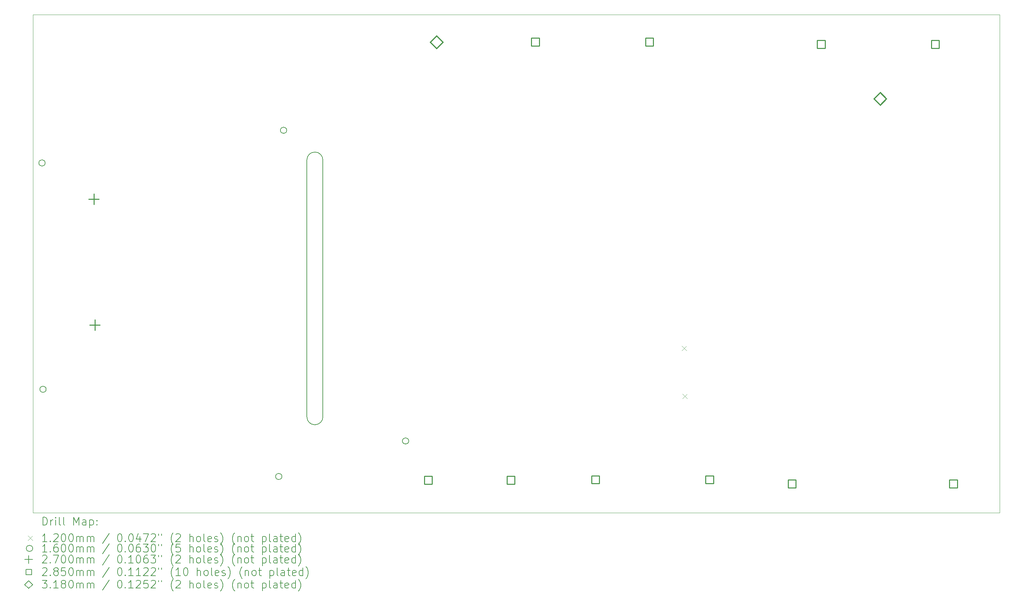
<source format=gbr>
%TF.GenerationSoftware,KiCad,Pcbnew,8.0.5*%
%TF.CreationDate,2025-04-14T13:42:12-04:00*%
%TF.ProjectId,Big Daddy,42696720-4461-4646-9479-2e6b69636164,rev?*%
%TF.SameCoordinates,Original*%
%TF.FileFunction,Drillmap*%
%TF.FilePolarity,Positive*%
%FSLAX45Y45*%
G04 Gerber Fmt 4.5, Leading zero omitted, Abs format (unit mm)*
G04 Created by KiCad (PCBNEW 8.0.5) date 2025-04-14 13:42:12*
%MOMM*%
%LPD*%
G01*
G04 APERTURE LIST*
%ADD10C,0.100000*%
%ADD11C,0.200000*%
%ADD12C,0.120000*%
%ADD13C,0.160000*%
%ADD14C,0.270000*%
%ADD15C,0.285000*%
%ADD16C,0.318000*%
G04 APERTURE END LIST*
D10*
X6300000Y-6075000D02*
X30870000Y-6075000D01*
X30870000Y-18740000D01*
X6300000Y-18740000D01*
X6300000Y-6075000D01*
D11*
X13671300Y-16304795D02*
G75*
G02*
X13471300Y-16504800I-200000J-5D01*
G01*
X13264900Y-16304795D02*
X13264900Y-9770596D01*
X13671300Y-9770596D02*
X13671300Y-16304795D01*
X13464900Y-16504795D02*
G75*
G02*
X13264904Y-16304795I0J199996D01*
G01*
X13471300Y-9570595D02*
G75*
G02*
X13671305Y-9770596I0J-200005D01*
G01*
X13264900Y-9770596D02*
G75*
G02*
X13464900Y-9570600I200000J-5D01*
G01*
X13464900Y-9570595D02*
X13471300Y-9570595D01*
X13471300Y-16504796D02*
X13464900Y-16504795D01*
D12*
X22796800Y-14501800D02*
X22916800Y-14621800D01*
X22916800Y-14501800D02*
X22796800Y-14621800D01*
X22810400Y-15720350D02*
X22930400Y-15840350D01*
X22930400Y-15720350D02*
X22810400Y-15840350D01*
D13*
X6613000Y-9847600D02*
G75*
G02*
X6453000Y-9847600I-80000J0D01*
G01*
X6453000Y-9847600D02*
G75*
G02*
X6613000Y-9847600I80000J0D01*
G01*
X6638400Y-15603000D02*
G75*
G02*
X6478400Y-15603000I-80000J0D01*
G01*
X6478400Y-15603000D02*
G75*
G02*
X6638400Y-15603000I80000J0D01*
G01*
X12630000Y-17820400D02*
G75*
G02*
X12470000Y-17820400I-80000J0D01*
G01*
X12470000Y-17820400D02*
G75*
G02*
X12630000Y-17820400I80000J0D01*
G01*
X12752200Y-9017000D02*
G75*
G02*
X12592200Y-9017000I-80000J0D01*
G01*
X12592200Y-9017000D02*
G75*
G02*
X12752200Y-9017000I80000J0D01*
G01*
X15853400Y-16916400D02*
G75*
G02*
X15693400Y-16916400I-80000J0D01*
G01*
X15693400Y-16916400D02*
G75*
G02*
X15853400Y-16916400I80000J0D01*
G01*
D14*
X7848600Y-10629400D02*
X7848600Y-10899400D01*
X7713600Y-10764400D02*
X7983600Y-10764400D01*
X7874000Y-13829800D02*
X7874000Y-14099800D01*
X7739000Y-13964800D02*
X8009000Y-13964800D01*
D15*
X16449764Y-18012964D02*
X16449764Y-17811436D01*
X16248236Y-17811436D01*
X16248236Y-18012964D01*
X16449764Y-18012964D01*
X18549764Y-18012964D02*
X18549764Y-17811436D01*
X18348236Y-17811436D01*
X18348236Y-18012964D01*
X18549764Y-18012964D01*
X19171764Y-6875014D02*
X19171764Y-6673486D01*
X18970236Y-6673486D01*
X18970236Y-6875014D01*
X19171764Y-6875014D01*
X20700764Y-18000764D02*
X20700764Y-17799236D01*
X20499236Y-17799236D01*
X20499236Y-18000764D01*
X20700764Y-18000764D01*
X22071764Y-6875014D02*
X22071764Y-6673486D01*
X21870236Y-6673486D01*
X21870236Y-6875014D01*
X22071764Y-6875014D01*
X23600764Y-18000764D02*
X23600764Y-17799236D01*
X23399236Y-17799236D01*
X23399236Y-18000764D01*
X23600764Y-18000764D01*
X25695364Y-18107614D02*
X25695364Y-17906086D01*
X25493836Y-17906086D01*
X25493836Y-18107614D01*
X25695364Y-18107614D01*
X26436164Y-6933364D02*
X26436164Y-6731836D01*
X26234636Y-6731836D01*
X26234636Y-6933364D01*
X26436164Y-6933364D01*
X29336164Y-6933364D02*
X29336164Y-6731836D01*
X29134636Y-6731836D01*
X29134636Y-6933364D01*
X29336164Y-6933364D01*
X29795364Y-18107614D02*
X29795364Y-17906086D01*
X29593836Y-17906086D01*
X29593836Y-18107614D01*
X29795364Y-18107614D01*
D16*
X16566400Y-6940800D02*
X16725400Y-6781800D01*
X16566400Y-6622800D01*
X16407400Y-6781800D01*
X16566400Y-6940800D01*
X27840200Y-8375800D02*
X27999200Y-8216800D01*
X27840200Y-8057800D01*
X27681200Y-8216800D01*
X27840200Y-8375800D01*
D11*
X6555777Y-19056484D02*
X6555777Y-18856484D01*
X6555777Y-18856484D02*
X6603396Y-18856484D01*
X6603396Y-18856484D02*
X6631967Y-18866008D01*
X6631967Y-18866008D02*
X6651015Y-18885055D01*
X6651015Y-18885055D02*
X6660539Y-18904103D01*
X6660539Y-18904103D02*
X6670062Y-18942198D01*
X6670062Y-18942198D02*
X6670062Y-18970770D01*
X6670062Y-18970770D02*
X6660539Y-19008865D01*
X6660539Y-19008865D02*
X6651015Y-19027912D01*
X6651015Y-19027912D02*
X6631967Y-19046960D01*
X6631967Y-19046960D02*
X6603396Y-19056484D01*
X6603396Y-19056484D02*
X6555777Y-19056484D01*
X6755777Y-19056484D02*
X6755777Y-18923150D01*
X6755777Y-18961246D02*
X6765301Y-18942198D01*
X6765301Y-18942198D02*
X6774824Y-18932674D01*
X6774824Y-18932674D02*
X6793872Y-18923150D01*
X6793872Y-18923150D02*
X6812920Y-18923150D01*
X6879586Y-19056484D02*
X6879586Y-18923150D01*
X6879586Y-18856484D02*
X6870062Y-18866008D01*
X6870062Y-18866008D02*
X6879586Y-18875531D01*
X6879586Y-18875531D02*
X6889110Y-18866008D01*
X6889110Y-18866008D02*
X6879586Y-18856484D01*
X6879586Y-18856484D02*
X6879586Y-18875531D01*
X7003396Y-19056484D02*
X6984348Y-19046960D01*
X6984348Y-19046960D02*
X6974824Y-19027912D01*
X6974824Y-19027912D02*
X6974824Y-18856484D01*
X7108158Y-19056484D02*
X7089110Y-19046960D01*
X7089110Y-19046960D02*
X7079586Y-19027912D01*
X7079586Y-19027912D02*
X7079586Y-18856484D01*
X7336729Y-19056484D02*
X7336729Y-18856484D01*
X7336729Y-18856484D02*
X7403396Y-18999341D01*
X7403396Y-18999341D02*
X7470062Y-18856484D01*
X7470062Y-18856484D02*
X7470062Y-19056484D01*
X7651015Y-19056484D02*
X7651015Y-18951722D01*
X7651015Y-18951722D02*
X7641491Y-18932674D01*
X7641491Y-18932674D02*
X7622443Y-18923150D01*
X7622443Y-18923150D02*
X7584348Y-18923150D01*
X7584348Y-18923150D02*
X7565301Y-18932674D01*
X7651015Y-19046960D02*
X7631967Y-19056484D01*
X7631967Y-19056484D02*
X7584348Y-19056484D01*
X7584348Y-19056484D02*
X7565301Y-19046960D01*
X7565301Y-19046960D02*
X7555777Y-19027912D01*
X7555777Y-19027912D02*
X7555777Y-19008865D01*
X7555777Y-19008865D02*
X7565301Y-18989817D01*
X7565301Y-18989817D02*
X7584348Y-18980293D01*
X7584348Y-18980293D02*
X7631967Y-18980293D01*
X7631967Y-18980293D02*
X7651015Y-18970770D01*
X7746253Y-18923150D02*
X7746253Y-19123150D01*
X7746253Y-18932674D02*
X7765301Y-18923150D01*
X7765301Y-18923150D02*
X7803396Y-18923150D01*
X7803396Y-18923150D02*
X7822443Y-18932674D01*
X7822443Y-18932674D02*
X7831967Y-18942198D01*
X7831967Y-18942198D02*
X7841491Y-18961246D01*
X7841491Y-18961246D02*
X7841491Y-19018389D01*
X7841491Y-19018389D02*
X7831967Y-19037436D01*
X7831967Y-19037436D02*
X7822443Y-19046960D01*
X7822443Y-19046960D02*
X7803396Y-19056484D01*
X7803396Y-19056484D02*
X7765301Y-19056484D01*
X7765301Y-19056484D02*
X7746253Y-19046960D01*
X7927205Y-19037436D02*
X7936729Y-19046960D01*
X7936729Y-19046960D02*
X7927205Y-19056484D01*
X7927205Y-19056484D02*
X7917682Y-19046960D01*
X7917682Y-19046960D02*
X7927205Y-19037436D01*
X7927205Y-19037436D02*
X7927205Y-19056484D01*
X7927205Y-18932674D02*
X7936729Y-18942198D01*
X7936729Y-18942198D02*
X7927205Y-18951722D01*
X7927205Y-18951722D02*
X7917682Y-18942198D01*
X7917682Y-18942198D02*
X7927205Y-18932674D01*
X7927205Y-18932674D02*
X7927205Y-18951722D01*
D12*
X6175000Y-19325000D02*
X6295000Y-19445000D01*
X6295000Y-19325000D02*
X6175000Y-19445000D01*
D11*
X6660539Y-19476484D02*
X6546253Y-19476484D01*
X6603396Y-19476484D02*
X6603396Y-19276484D01*
X6603396Y-19276484D02*
X6584348Y-19305055D01*
X6584348Y-19305055D02*
X6565301Y-19324103D01*
X6565301Y-19324103D02*
X6546253Y-19333627D01*
X6746253Y-19457436D02*
X6755777Y-19466960D01*
X6755777Y-19466960D02*
X6746253Y-19476484D01*
X6746253Y-19476484D02*
X6736729Y-19466960D01*
X6736729Y-19466960D02*
X6746253Y-19457436D01*
X6746253Y-19457436D02*
X6746253Y-19476484D01*
X6831967Y-19295531D02*
X6841491Y-19286008D01*
X6841491Y-19286008D02*
X6860539Y-19276484D01*
X6860539Y-19276484D02*
X6908158Y-19276484D01*
X6908158Y-19276484D02*
X6927205Y-19286008D01*
X6927205Y-19286008D02*
X6936729Y-19295531D01*
X6936729Y-19295531D02*
X6946253Y-19314579D01*
X6946253Y-19314579D02*
X6946253Y-19333627D01*
X6946253Y-19333627D02*
X6936729Y-19362198D01*
X6936729Y-19362198D02*
X6822443Y-19476484D01*
X6822443Y-19476484D02*
X6946253Y-19476484D01*
X7070062Y-19276484D02*
X7089110Y-19276484D01*
X7089110Y-19276484D02*
X7108158Y-19286008D01*
X7108158Y-19286008D02*
X7117682Y-19295531D01*
X7117682Y-19295531D02*
X7127205Y-19314579D01*
X7127205Y-19314579D02*
X7136729Y-19352674D01*
X7136729Y-19352674D02*
X7136729Y-19400293D01*
X7136729Y-19400293D02*
X7127205Y-19438389D01*
X7127205Y-19438389D02*
X7117682Y-19457436D01*
X7117682Y-19457436D02*
X7108158Y-19466960D01*
X7108158Y-19466960D02*
X7089110Y-19476484D01*
X7089110Y-19476484D02*
X7070062Y-19476484D01*
X7070062Y-19476484D02*
X7051015Y-19466960D01*
X7051015Y-19466960D02*
X7041491Y-19457436D01*
X7041491Y-19457436D02*
X7031967Y-19438389D01*
X7031967Y-19438389D02*
X7022443Y-19400293D01*
X7022443Y-19400293D02*
X7022443Y-19352674D01*
X7022443Y-19352674D02*
X7031967Y-19314579D01*
X7031967Y-19314579D02*
X7041491Y-19295531D01*
X7041491Y-19295531D02*
X7051015Y-19286008D01*
X7051015Y-19286008D02*
X7070062Y-19276484D01*
X7260539Y-19276484D02*
X7279586Y-19276484D01*
X7279586Y-19276484D02*
X7298634Y-19286008D01*
X7298634Y-19286008D02*
X7308158Y-19295531D01*
X7308158Y-19295531D02*
X7317682Y-19314579D01*
X7317682Y-19314579D02*
X7327205Y-19352674D01*
X7327205Y-19352674D02*
X7327205Y-19400293D01*
X7327205Y-19400293D02*
X7317682Y-19438389D01*
X7317682Y-19438389D02*
X7308158Y-19457436D01*
X7308158Y-19457436D02*
X7298634Y-19466960D01*
X7298634Y-19466960D02*
X7279586Y-19476484D01*
X7279586Y-19476484D02*
X7260539Y-19476484D01*
X7260539Y-19476484D02*
X7241491Y-19466960D01*
X7241491Y-19466960D02*
X7231967Y-19457436D01*
X7231967Y-19457436D02*
X7222443Y-19438389D01*
X7222443Y-19438389D02*
X7212920Y-19400293D01*
X7212920Y-19400293D02*
X7212920Y-19352674D01*
X7212920Y-19352674D02*
X7222443Y-19314579D01*
X7222443Y-19314579D02*
X7231967Y-19295531D01*
X7231967Y-19295531D02*
X7241491Y-19286008D01*
X7241491Y-19286008D02*
X7260539Y-19276484D01*
X7412920Y-19476484D02*
X7412920Y-19343150D01*
X7412920Y-19362198D02*
X7422443Y-19352674D01*
X7422443Y-19352674D02*
X7441491Y-19343150D01*
X7441491Y-19343150D02*
X7470063Y-19343150D01*
X7470063Y-19343150D02*
X7489110Y-19352674D01*
X7489110Y-19352674D02*
X7498634Y-19371722D01*
X7498634Y-19371722D02*
X7498634Y-19476484D01*
X7498634Y-19371722D02*
X7508158Y-19352674D01*
X7508158Y-19352674D02*
X7527205Y-19343150D01*
X7527205Y-19343150D02*
X7555777Y-19343150D01*
X7555777Y-19343150D02*
X7574824Y-19352674D01*
X7574824Y-19352674D02*
X7584348Y-19371722D01*
X7584348Y-19371722D02*
X7584348Y-19476484D01*
X7679586Y-19476484D02*
X7679586Y-19343150D01*
X7679586Y-19362198D02*
X7689110Y-19352674D01*
X7689110Y-19352674D02*
X7708158Y-19343150D01*
X7708158Y-19343150D02*
X7736729Y-19343150D01*
X7736729Y-19343150D02*
X7755777Y-19352674D01*
X7755777Y-19352674D02*
X7765301Y-19371722D01*
X7765301Y-19371722D02*
X7765301Y-19476484D01*
X7765301Y-19371722D02*
X7774824Y-19352674D01*
X7774824Y-19352674D02*
X7793872Y-19343150D01*
X7793872Y-19343150D02*
X7822443Y-19343150D01*
X7822443Y-19343150D02*
X7841491Y-19352674D01*
X7841491Y-19352674D02*
X7851015Y-19371722D01*
X7851015Y-19371722D02*
X7851015Y-19476484D01*
X8241491Y-19266960D02*
X8070063Y-19524103D01*
X8498634Y-19276484D02*
X8517682Y-19276484D01*
X8517682Y-19276484D02*
X8536729Y-19286008D01*
X8536729Y-19286008D02*
X8546253Y-19295531D01*
X8546253Y-19295531D02*
X8555777Y-19314579D01*
X8555777Y-19314579D02*
X8565301Y-19352674D01*
X8565301Y-19352674D02*
X8565301Y-19400293D01*
X8565301Y-19400293D02*
X8555777Y-19438389D01*
X8555777Y-19438389D02*
X8546253Y-19457436D01*
X8546253Y-19457436D02*
X8536729Y-19466960D01*
X8536729Y-19466960D02*
X8517682Y-19476484D01*
X8517682Y-19476484D02*
X8498634Y-19476484D01*
X8498634Y-19476484D02*
X8479587Y-19466960D01*
X8479587Y-19466960D02*
X8470063Y-19457436D01*
X8470063Y-19457436D02*
X8460539Y-19438389D01*
X8460539Y-19438389D02*
X8451015Y-19400293D01*
X8451015Y-19400293D02*
X8451015Y-19352674D01*
X8451015Y-19352674D02*
X8460539Y-19314579D01*
X8460539Y-19314579D02*
X8470063Y-19295531D01*
X8470063Y-19295531D02*
X8479587Y-19286008D01*
X8479587Y-19286008D02*
X8498634Y-19276484D01*
X8651015Y-19457436D02*
X8660539Y-19466960D01*
X8660539Y-19466960D02*
X8651015Y-19476484D01*
X8651015Y-19476484D02*
X8641491Y-19466960D01*
X8641491Y-19466960D02*
X8651015Y-19457436D01*
X8651015Y-19457436D02*
X8651015Y-19476484D01*
X8784348Y-19276484D02*
X8803396Y-19276484D01*
X8803396Y-19276484D02*
X8822444Y-19286008D01*
X8822444Y-19286008D02*
X8831968Y-19295531D01*
X8831968Y-19295531D02*
X8841491Y-19314579D01*
X8841491Y-19314579D02*
X8851015Y-19352674D01*
X8851015Y-19352674D02*
X8851015Y-19400293D01*
X8851015Y-19400293D02*
X8841491Y-19438389D01*
X8841491Y-19438389D02*
X8831968Y-19457436D01*
X8831968Y-19457436D02*
X8822444Y-19466960D01*
X8822444Y-19466960D02*
X8803396Y-19476484D01*
X8803396Y-19476484D02*
X8784348Y-19476484D01*
X8784348Y-19476484D02*
X8765301Y-19466960D01*
X8765301Y-19466960D02*
X8755777Y-19457436D01*
X8755777Y-19457436D02*
X8746253Y-19438389D01*
X8746253Y-19438389D02*
X8736729Y-19400293D01*
X8736729Y-19400293D02*
X8736729Y-19352674D01*
X8736729Y-19352674D02*
X8746253Y-19314579D01*
X8746253Y-19314579D02*
X8755777Y-19295531D01*
X8755777Y-19295531D02*
X8765301Y-19286008D01*
X8765301Y-19286008D02*
X8784348Y-19276484D01*
X9022444Y-19343150D02*
X9022444Y-19476484D01*
X8974825Y-19266960D02*
X8927206Y-19409817D01*
X8927206Y-19409817D02*
X9051015Y-19409817D01*
X9108158Y-19276484D02*
X9241491Y-19276484D01*
X9241491Y-19276484D02*
X9155777Y-19476484D01*
X9308158Y-19295531D02*
X9317682Y-19286008D01*
X9317682Y-19286008D02*
X9336729Y-19276484D01*
X9336729Y-19276484D02*
X9384349Y-19276484D01*
X9384349Y-19276484D02*
X9403396Y-19286008D01*
X9403396Y-19286008D02*
X9412920Y-19295531D01*
X9412920Y-19295531D02*
X9422444Y-19314579D01*
X9422444Y-19314579D02*
X9422444Y-19333627D01*
X9422444Y-19333627D02*
X9412920Y-19362198D01*
X9412920Y-19362198D02*
X9298634Y-19476484D01*
X9298634Y-19476484D02*
X9422444Y-19476484D01*
X9498634Y-19276484D02*
X9498634Y-19314579D01*
X9574825Y-19276484D02*
X9574825Y-19314579D01*
X9870063Y-19552674D02*
X9860539Y-19543150D01*
X9860539Y-19543150D02*
X9841491Y-19514579D01*
X9841491Y-19514579D02*
X9831968Y-19495531D01*
X9831968Y-19495531D02*
X9822444Y-19466960D01*
X9822444Y-19466960D02*
X9812920Y-19419341D01*
X9812920Y-19419341D02*
X9812920Y-19381246D01*
X9812920Y-19381246D02*
X9822444Y-19333627D01*
X9822444Y-19333627D02*
X9831968Y-19305055D01*
X9831968Y-19305055D02*
X9841491Y-19286008D01*
X9841491Y-19286008D02*
X9860539Y-19257436D01*
X9860539Y-19257436D02*
X9870063Y-19247912D01*
X9936730Y-19295531D02*
X9946253Y-19286008D01*
X9946253Y-19286008D02*
X9965301Y-19276484D01*
X9965301Y-19276484D02*
X10012920Y-19276484D01*
X10012920Y-19276484D02*
X10031968Y-19286008D01*
X10031968Y-19286008D02*
X10041491Y-19295531D01*
X10041491Y-19295531D02*
X10051015Y-19314579D01*
X10051015Y-19314579D02*
X10051015Y-19333627D01*
X10051015Y-19333627D02*
X10041491Y-19362198D01*
X10041491Y-19362198D02*
X9927206Y-19476484D01*
X9927206Y-19476484D02*
X10051015Y-19476484D01*
X10289111Y-19476484D02*
X10289111Y-19276484D01*
X10374825Y-19476484D02*
X10374825Y-19371722D01*
X10374825Y-19371722D02*
X10365301Y-19352674D01*
X10365301Y-19352674D02*
X10346253Y-19343150D01*
X10346253Y-19343150D02*
X10317682Y-19343150D01*
X10317682Y-19343150D02*
X10298634Y-19352674D01*
X10298634Y-19352674D02*
X10289111Y-19362198D01*
X10498634Y-19476484D02*
X10479587Y-19466960D01*
X10479587Y-19466960D02*
X10470063Y-19457436D01*
X10470063Y-19457436D02*
X10460539Y-19438389D01*
X10460539Y-19438389D02*
X10460539Y-19381246D01*
X10460539Y-19381246D02*
X10470063Y-19362198D01*
X10470063Y-19362198D02*
X10479587Y-19352674D01*
X10479587Y-19352674D02*
X10498634Y-19343150D01*
X10498634Y-19343150D02*
X10527206Y-19343150D01*
X10527206Y-19343150D02*
X10546253Y-19352674D01*
X10546253Y-19352674D02*
X10555777Y-19362198D01*
X10555777Y-19362198D02*
X10565301Y-19381246D01*
X10565301Y-19381246D02*
X10565301Y-19438389D01*
X10565301Y-19438389D02*
X10555777Y-19457436D01*
X10555777Y-19457436D02*
X10546253Y-19466960D01*
X10546253Y-19466960D02*
X10527206Y-19476484D01*
X10527206Y-19476484D02*
X10498634Y-19476484D01*
X10679587Y-19476484D02*
X10660539Y-19466960D01*
X10660539Y-19466960D02*
X10651015Y-19447912D01*
X10651015Y-19447912D02*
X10651015Y-19276484D01*
X10831968Y-19466960D02*
X10812920Y-19476484D01*
X10812920Y-19476484D02*
X10774825Y-19476484D01*
X10774825Y-19476484D02*
X10755777Y-19466960D01*
X10755777Y-19466960D02*
X10746253Y-19447912D01*
X10746253Y-19447912D02*
X10746253Y-19371722D01*
X10746253Y-19371722D02*
X10755777Y-19352674D01*
X10755777Y-19352674D02*
X10774825Y-19343150D01*
X10774825Y-19343150D02*
X10812920Y-19343150D01*
X10812920Y-19343150D02*
X10831968Y-19352674D01*
X10831968Y-19352674D02*
X10841492Y-19371722D01*
X10841492Y-19371722D02*
X10841492Y-19390770D01*
X10841492Y-19390770D02*
X10746253Y-19409817D01*
X10917682Y-19466960D02*
X10936730Y-19476484D01*
X10936730Y-19476484D02*
X10974825Y-19476484D01*
X10974825Y-19476484D02*
X10993873Y-19466960D01*
X10993873Y-19466960D02*
X11003396Y-19447912D01*
X11003396Y-19447912D02*
X11003396Y-19438389D01*
X11003396Y-19438389D02*
X10993873Y-19419341D01*
X10993873Y-19419341D02*
X10974825Y-19409817D01*
X10974825Y-19409817D02*
X10946253Y-19409817D01*
X10946253Y-19409817D02*
X10927206Y-19400293D01*
X10927206Y-19400293D02*
X10917682Y-19381246D01*
X10917682Y-19381246D02*
X10917682Y-19371722D01*
X10917682Y-19371722D02*
X10927206Y-19352674D01*
X10927206Y-19352674D02*
X10946253Y-19343150D01*
X10946253Y-19343150D02*
X10974825Y-19343150D01*
X10974825Y-19343150D02*
X10993873Y-19352674D01*
X11070063Y-19552674D02*
X11079587Y-19543150D01*
X11079587Y-19543150D02*
X11098634Y-19514579D01*
X11098634Y-19514579D02*
X11108158Y-19495531D01*
X11108158Y-19495531D02*
X11117682Y-19466960D01*
X11117682Y-19466960D02*
X11127206Y-19419341D01*
X11127206Y-19419341D02*
X11127206Y-19381246D01*
X11127206Y-19381246D02*
X11117682Y-19333627D01*
X11117682Y-19333627D02*
X11108158Y-19305055D01*
X11108158Y-19305055D02*
X11098634Y-19286008D01*
X11098634Y-19286008D02*
X11079587Y-19257436D01*
X11079587Y-19257436D02*
X11070063Y-19247912D01*
X11431968Y-19552674D02*
X11422444Y-19543150D01*
X11422444Y-19543150D02*
X11403396Y-19514579D01*
X11403396Y-19514579D02*
X11393872Y-19495531D01*
X11393872Y-19495531D02*
X11384349Y-19466960D01*
X11384349Y-19466960D02*
X11374825Y-19419341D01*
X11374825Y-19419341D02*
X11374825Y-19381246D01*
X11374825Y-19381246D02*
X11384349Y-19333627D01*
X11384349Y-19333627D02*
X11393872Y-19305055D01*
X11393872Y-19305055D02*
X11403396Y-19286008D01*
X11403396Y-19286008D02*
X11422444Y-19257436D01*
X11422444Y-19257436D02*
X11431968Y-19247912D01*
X11508158Y-19343150D02*
X11508158Y-19476484D01*
X11508158Y-19362198D02*
X11517682Y-19352674D01*
X11517682Y-19352674D02*
X11536730Y-19343150D01*
X11536730Y-19343150D02*
X11565301Y-19343150D01*
X11565301Y-19343150D02*
X11584349Y-19352674D01*
X11584349Y-19352674D02*
X11593872Y-19371722D01*
X11593872Y-19371722D02*
X11593872Y-19476484D01*
X11717682Y-19476484D02*
X11698634Y-19466960D01*
X11698634Y-19466960D02*
X11689111Y-19457436D01*
X11689111Y-19457436D02*
X11679587Y-19438389D01*
X11679587Y-19438389D02*
X11679587Y-19381246D01*
X11679587Y-19381246D02*
X11689111Y-19362198D01*
X11689111Y-19362198D02*
X11698634Y-19352674D01*
X11698634Y-19352674D02*
X11717682Y-19343150D01*
X11717682Y-19343150D02*
X11746253Y-19343150D01*
X11746253Y-19343150D02*
X11765301Y-19352674D01*
X11765301Y-19352674D02*
X11774825Y-19362198D01*
X11774825Y-19362198D02*
X11784349Y-19381246D01*
X11784349Y-19381246D02*
X11784349Y-19438389D01*
X11784349Y-19438389D02*
X11774825Y-19457436D01*
X11774825Y-19457436D02*
X11765301Y-19466960D01*
X11765301Y-19466960D02*
X11746253Y-19476484D01*
X11746253Y-19476484D02*
X11717682Y-19476484D01*
X11841492Y-19343150D02*
X11917682Y-19343150D01*
X11870063Y-19276484D02*
X11870063Y-19447912D01*
X11870063Y-19447912D02*
X11879587Y-19466960D01*
X11879587Y-19466960D02*
X11898634Y-19476484D01*
X11898634Y-19476484D02*
X11917682Y-19476484D01*
X12136730Y-19343150D02*
X12136730Y-19543150D01*
X12136730Y-19352674D02*
X12155777Y-19343150D01*
X12155777Y-19343150D02*
X12193873Y-19343150D01*
X12193873Y-19343150D02*
X12212920Y-19352674D01*
X12212920Y-19352674D02*
X12222444Y-19362198D01*
X12222444Y-19362198D02*
X12231968Y-19381246D01*
X12231968Y-19381246D02*
X12231968Y-19438389D01*
X12231968Y-19438389D02*
X12222444Y-19457436D01*
X12222444Y-19457436D02*
X12212920Y-19466960D01*
X12212920Y-19466960D02*
X12193873Y-19476484D01*
X12193873Y-19476484D02*
X12155777Y-19476484D01*
X12155777Y-19476484D02*
X12136730Y-19466960D01*
X12346253Y-19476484D02*
X12327206Y-19466960D01*
X12327206Y-19466960D02*
X12317682Y-19447912D01*
X12317682Y-19447912D02*
X12317682Y-19276484D01*
X12508158Y-19476484D02*
X12508158Y-19371722D01*
X12508158Y-19371722D02*
X12498634Y-19352674D01*
X12498634Y-19352674D02*
X12479587Y-19343150D01*
X12479587Y-19343150D02*
X12441492Y-19343150D01*
X12441492Y-19343150D02*
X12422444Y-19352674D01*
X12508158Y-19466960D02*
X12489111Y-19476484D01*
X12489111Y-19476484D02*
X12441492Y-19476484D01*
X12441492Y-19476484D02*
X12422444Y-19466960D01*
X12422444Y-19466960D02*
X12412920Y-19447912D01*
X12412920Y-19447912D02*
X12412920Y-19428865D01*
X12412920Y-19428865D02*
X12422444Y-19409817D01*
X12422444Y-19409817D02*
X12441492Y-19400293D01*
X12441492Y-19400293D02*
X12489111Y-19400293D01*
X12489111Y-19400293D02*
X12508158Y-19390770D01*
X12574825Y-19343150D02*
X12651015Y-19343150D01*
X12603396Y-19276484D02*
X12603396Y-19447912D01*
X12603396Y-19447912D02*
X12612920Y-19466960D01*
X12612920Y-19466960D02*
X12631968Y-19476484D01*
X12631968Y-19476484D02*
X12651015Y-19476484D01*
X12793873Y-19466960D02*
X12774825Y-19476484D01*
X12774825Y-19476484D02*
X12736730Y-19476484D01*
X12736730Y-19476484D02*
X12717682Y-19466960D01*
X12717682Y-19466960D02*
X12708158Y-19447912D01*
X12708158Y-19447912D02*
X12708158Y-19371722D01*
X12708158Y-19371722D02*
X12717682Y-19352674D01*
X12717682Y-19352674D02*
X12736730Y-19343150D01*
X12736730Y-19343150D02*
X12774825Y-19343150D01*
X12774825Y-19343150D02*
X12793873Y-19352674D01*
X12793873Y-19352674D02*
X12803396Y-19371722D01*
X12803396Y-19371722D02*
X12803396Y-19390770D01*
X12803396Y-19390770D02*
X12708158Y-19409817D01*
X12974825Y-19476484D02*
X12974825Y-19276484D01*
X12974825Y-19466960D02*
X12955777Y-19476484D01*
X12955777Y-19476484D02*
X12917682Y-19476484D01*
X12917682Y-19476484D02*
X12898634Y-19466960D01*
X12898634Y-19466960D02*
X12889111Y-19457436D01*
X12889111Y-19457436D02*
X12879587Y-19438389D01*
X12879587Y-19438389D02*
X12879587Y-19381246D01*
X12879587Y-19381246D02*
X12889111Y-19362198D01*
X12889111Y-19362198D02*
X12898634Y-19352674D01*
X12898634Y-19352674D02*
X12917682Y-19343150D01*
X12917682Y-19343150D02*
X12955777Y-19343150D01*
X12955777Y-19343150D02*
X12974825Y-19352674D01*
X13051015Y-19552674D02*
X13060539Y-19543150D01*
X13060539Y-19543150D02*
X13079587Y-19514579D01*
X13079587Y-19514579D02*
X13089111Y-19495531D01*
X13089111Y-19495531D02*
X13098634Y-19466960D01*
X13098634Y-19466960D02*
X13108158Y-19419341D01*
X13108158Y-19419341D02*
X13108158Y-19381246D01*
X13108158Y-19381246D02*
X13098634Y-19333627D01*
X13098634Y-19333627D02*
X13089111Y-19305055D01*
X13089111Y-19305055D02*
X13079587Y-19286008D01*
X13079587Y-19286008D02*
X13060539Y-19257436D01*
X13060539Y-19257436D02*
X13051015Y-19247912D01*
D13*
X6295000Y-19649000D02*
G75*
G02*
X6135000Y-19649000I-80000J0D01*
G01*
X6135000Y-19649000D02*
G75*
G02*
X6295000Y-19649000I80000J0D01*
G01*
D11*
X6660539Y-19740484D02*
X6546253Y-19740484D01*
X6603396Y-19740484D02*
X6603396Y-19540484D01*
X6603396Y-19540484D02*
X6584348Y-19569055D01*
X6584348Y-19569055D02*
X6565301Y-19588103D01*
X6565301Y-19588103D02*
X6546253Y-19597627D01*
X6746253Y-19721436D02*
X6755777Y-19730960D01*
X6755777Y-19730960D02*
X6746253Y-19740484D01*
X6746253Y-19740484D02*
X6736729Y-19730960D01*
X6736729Y-19730960D02*
X6746253Y-19721436D01*
X6746253Y-19721436D02*
X6746253Y-19740484D01*
X6927205Y-19540484D02*
X6889110Y-19540484D01*
X6889110Y-19540484D02*
X6870062Y-19550008D01*
X6870062Y-19550008D02*
X6860539Y-19559531D01*
X6860539Y-19559531D02*
X6841491Y-19588103D01*
X6841491Y-19588103D02*
X6831967Y-19626198D01*
X6831967Y-19626198D02*
X6831967Y-19702389D01*
X6831967Y-19702389D02*
X6841491Y-19721436D01*
X6841491Y-19721436D02*
X6851015Y-19730960D01*
X6851015Y-19730960D02*
X6870062Y-19740484D01*
X6870062Y-19740484D02*
X6908158Y-19740484D01*
X6908158Y-19740484D02*
X6927205Y-19730960D01*
X6927205Y-19730960D02*
X6936729Y-19721436D01*
X6936729Y-19721436D02*
X6946253Y-19702389D01*
X6946253Y-19702389D02*
X6946253Y-19654770D01*
X6946253Y-19654770D02*
X6936729Y-19635722D01*
X6936729Y-19635722D02*
X6927205Y-19626198D01*
X6927205Y-19626198D02*
X6908158Y-19616674D01*
X6908158Y-19616674D02*
X6870062Y-19616674D01*
X6870062Y-19616674D02*
X6851015Y-19626198D01*
X6851015Y-19626198D02*
X6841491Y-19635722D01*
X6841491Y-19635722D02*
X6831967Y-19654770D01*
X7070062Y-19540484D02*
X7089110Y-19540484D01*
X7089110Y-19540484D02*
X7108158Y-19550008D01*
X7108158Y-19550008D02*
X7117682Y-19559531D01*
X7117682Y-19559531D02*
X7127205Y-19578579D01*
X7127205Y-19578579D02*
X7136729Y-19616674D01*
X7136729Y-19616674D02*
X7136729Y-19664293D01*
X7136729Y-19664293D02*
X7127205Y-19702389D01*
X7127205Y-19702389D02*
X7117682Y-19721436D01*
X7117682Y-19721436D02*
X7108158Y-19730960D01*
X7108158Y-19730960D02*
X7089110Y-19740484D01*
X7089110Y-19740484D02*
X7070062Y-19740484D01*
X7070062Y-19740484D02*
X7051015Y-19730960D01*
X7051015Y-19730960D02*
X7041491Y-19721436D01*
X7041491Y-19721436D02*
X7031967Y-19702389D01*
X7031967Y-19702389D02*
X7022443Y-19664293D01*
X7022443Y-19664293D02*
X7022443Y-19616674D01*
X7022443Y-19616674D02*
X7031967Y-19578579D01*
X7031967Y-19578579D02*
X7041491Y-19559531D01*
X7041491Y-19559531D02*
X7051015Y-19550008D01*
X7051015Y-19550008D02*
X7070062Y-19540484D01*
X7260539Y-19540484D02*
X7279586Y-19540484D01*
X7279586Y-19540484D02*
X7298634Y-19550008D01*
X7298634Y-19550008D02*
X7308158Y-19559531D01*
X7308158Y-19559531D02*
X7317682Y-19578579D01*
X7317682Y-19578579D02*
X7327205Y-19616674D01*
X7327205Y-19616674D02*
X7327205Y-19664293D01*
X7327205Y-19664293D02*
X7317682Y-19702389D01*
X7317682Y-19702389D02*
X7308158Y-19721436D01*
X7308158Y-19721436D02*
X7298634Y-19730960D01*
X7298634Y-19730960D02*
X7279586Y-19740484D01*
X7279586Y-19740484D02*
X7260539Y-19740484D01*
X7260539Y-19740484D02*
X7241491Y-19730960D01*
X7241491Y-19730960D02*
X7231967Y-19721436D01*
X7231967Y-19721436D02*
X7222443Y-19702389D01*
X7222443Y-19702389D02*
X7212920Y-19664293D01*
X7212920Y-19664293D02*
X7212920Y-19616674D01*
X7212920Y-19616674D02*
X7222443Y-19578579D01*
X7222443Y-19578579D02*
X7231967Y-19559531D01*
X7231967Y-19559531D02*
X7241491Y-19550008D01*
X7241491Y-19550008D02*
X7260539Y-19540484D01*
X7412920Y-19740484D02*
X7412920Y-19607150D01*
X7412920Y-19626198D02*
X7422443Y-19616674D01*
X7422443Y-19616674D02*
X7441491Y-19607150D01*
X7441491Y-19607150D02*
X7470063Y-19607150D01*
X7470063Y-19607150D02*
X7489110Y-19616674D01*
X7489110Y-19616674D02*
X7498634Y-19635722D01*
X7498634Y-19635722D02*
X7498634Y-19740484D01*
X7498634Y-19635722D02*
X7508158Y-19616674D01*
X7508158Y-19616674D02*
X7527205Y-19607150D01*
X7527205Y-19607150D02*
X7555777Y-19607150D01*
X7555777Y-19607150D02*
X7574824Y-19616674D01*
X7574824Y-19616674D02*
X7584348Y-19635722D01*
X7584348Y-19635722D02*
X7584348Y-19740484D01*
X7679586Y-19740484D02*
X7679586Y-19607150D01*
X7679586Y-19626198D02*
X7689110Y-19616674D01*
X7689110Y-19616674D02*
X7708158Y-19607150D01*
X7708158Y-19607150D02*
X7736729Y-19607150D01*
X7736729Y-19607150D02*
X7755777Y-19616674D01*
X7755777Y-19616674D02*
X7765301Y-19635722D01*
X7765301Y-19635722D02*
X7765301Y-19740484D01*
X7765301Y-19635722D02*
X7774824Y-19616674D01*
X7774824Y-19616674D02*
X7793872Y-19607150D01*
X7793872Y-19607150D02*
X7822443Y-19607150D01*
X7822443Y-19607150D02*
X7841491Y-19616674D01*
X7841491Y-19616674D02*
X7851015Y-19635722D01*
X7851015Y-19635722D02*
X7851015Y-19740484D01*
X8241491Y-19530960D02*
X8070063Y-19788103D01*
X8498634Y-19540484D02*
X8517682Y-19540484D01*
X8517682Y-19540484D02*
X8536729Y-19550008D01*
X8536729Y-19550008D02*
X8546253Y-19559531D01*
X8546253Y-19559531D02*
X8555777Y-19578579D01*
X8555777Y-19578579D02*
X8565301Y-19616674D01*
X8565301Y-19616674D02*
X8565301Y-19664293D01*
X8565301Y-19664293D02*
X8555777Y-19702389D01*
X8555777Y-19702389D02*
X8546253Y-19721436D01*
X8546253Y-19721436D02*
X8536729Y-19730960D01*
X8536729Y-19730960D02*
X8517682Y-19740484D01*
X8517682Y-19740484D02*
X8498634Y-19740484D01*
X8498634Y-19740484D02*
X8479587Y-19730960D01*
X8479587Y-19730960D02*
X8470063Y-19721436D01*
X8470063Y-19721436D02*
X8460539Y-19702389D01*
X8460539Y-19702389D02*
X8451015Y-19664293D01*
X8451015Y-19664293D02*
X8451015Y-19616674D01*
X8451015Y-19616674D02*
X8460539Y-19578579D01*
X8460539Y-19578579D02*
X8470063Y-19559531D01*
X8470063Y-19559531D02*
X8479587Y-19550008D01*
X8479587Y-19550008D02*
X8498634Y-19540484D01*
X8651015Y-19721436D02*
X8660539Y-19730960D01*
X8660539Y-19730960D02*
X8651015Y-19740484D01*
X8651015Y-19740484D02*
X8641491Y-19730960D01*
X8641491Y-19730960D02*
X8651015Y-19721436D01*
X8651015Y-19721436D02*
X8651015Y-19740484D01*
X8784348Y-19540484D02*
X8803396Y-19540484D01*
X8803396Y-19540484D02*
X8822444Y-19550008D01*
X8822444Y-19550008D02*
X8831968Y-19559531D01*
X8831968Y-19559531D02*
X8841491Y-19578579D01*
X8841491Y-19578579D02*
X8851015Y-19616674D01*
X8851015Y-19616674D02*
X8851015Y-19664293D01*
X8851015Y-19664293D02*
X8841491Y-19702389D01*
X8841491Y-19702389D02*
X8831968Y-19721436D01*
X8831968Y-19721436D02*
X8822444Y-19730960D01*
X8822444Y-19730960D02*
X8803396Y-19740484D01*
X8803396Y-19740484D02*
X8784348Y-19740484D01*
X8784348Y-19740484D02*
X8765301Y-19730960D01*
X8765301Y-19730960D02*
X8755777Y-19721436D01*
X8755777Y-19721436D02*
X8746253Y-19702389D01*
X8746253Y-19702389D02*
X8736729Y-19664293D01*
X8736729Y-19664293D02*
X8736729Y-19616674D01*
X8736729Y-19616674D02*
X8746253Y-19578579D01*
X8746253Y-19578579D02*
X8755777Y-19559531D01*
X8755777Y-19559531D02*
X8765301Y-19550008D01*
X8765301Y-19550008D02*
X8784348Y-19540484D01*
X9022444Y-19540484D02*
X8984348Y-19540484D01*
X8984348Y-19540484D02*
X8965301Y-19550008D01*
X8965301Y-19550008D02*
X8955777Y-19559531D01*
X8955777Y-19559531D02*
X8936729Y-19588103D01*
X8936729Y-19588103D02*
X8927206Y-19626198D01*
X8927206Y-19626198D02*
X8927206Y-19702389D01*
X8927206Y-19702389D02*
X8936729Y-19721436D01*
X8936729Y-19721436D02*
X8946253Y-19730960D01*
X8946253Y-19730960D02*
X8965301Y-19740484D01*
X8965301Y-19740484D02*
X9003396Y-19740484D01*
X9003396Y-19740484D02*
X9022444Y-19730960D01*
X9022444Y-19730960D02*
X9031968Y-19721436D01*
X9031968Y-19721436D02*
X9041491Y-19702389D01*
X9041491Y-19702389D02*
X9041491Y-19654770D01*
X9041491Y-19654770D02*
X9031968Y-19635722D01*
X9031968Y-19635722D02*
X9022444Y-19626198D01*
X9022444Y-19626198D02*
X9003396Y-19616674D01*
X9003396Y-19616674D02*
X8965301Y-19616674D01*
X8965301Y-19616674D02*
X8946253Y-19626198D01*
X8946253Y-19626198D02*
X8936729Y-19635722D01*
X8936729Y-19635722D02*
X8927206Y-19654770D01*
X9108158Y-19540484D02*
X9231968Y-19540484D01*
X9231968Y-19540484D02*
X9165301Y-19616674D01*
X9165301Y-19616674D02*
X9193872Y-19616674D01*
X9193872Y-19616674D02*
X9212920Y-19626198D01*
X9212920Y-19626198D02*
X9222444Y-19635722D01*
X9222444Y-19635722D02*
X9231968Y-19654770D01*
X9231968Y-19654770D02*
X9231968Y-19702389D01*
X9231968Y-19702389D02*
X9222444Y-19721436D01*
X9222444Y-19721436D02*
X9212920Y-19730960D01*
X9212920Y-19730960D02*
X9193872Y-19740484D01*
X9193872Y-19740484D02*
X9136729Y-19740484D01*
X9136729Y-19740484D02*
X9117682Y-19730960D01*
X9117682Y-19730960D02*
X9108158Y-19721436D01*
X9355777Y-19540484D02*
X9374825Y-19540484D01*
X9374825Y-19540484D02*
X9393872Y-19550008D01*
X9393872Y-19550008D02*
X9403396Y-19559531D01*
X9403396Y-19559531D02*
X9412920Y-19578579D01*
X9412920Y-19578579D02*
X9422444Y-19616674D01*
X9422444Y-19616674D02*
X9422444Y-19664293D01*
X9422444Y-19664293D02*
X9412920Y-19702389D01*
X9412920Y-19702389D02*
X9403396Y-19721436D01*
X9403396Y-19721436D02*
X9393872Y-19730960D01*
X9393872Y-19730960D02*
X9374825Y-19740484D01*
X9374825Y-19740484D02*
X9355777Y-19740484D01*
X9355777Y-19740484D02*
X9336729Y-19730960D01*
X9336729Y-19730960D02*
X9327206Y-19721436D01*
X9327206Y-19721436D02*
X9317682Y-19702389D01*
X9317682Y-19702389D02*
X9308158Y-19664293D01*
X9308158Y-19664293D02*
X9308158Y-19616674D01*
X9308158Y-19616674D02*
X9317682Y-19578579D01*
X9317682Y-19578579D02*
X9327206Y-19559531D01*
X9327206Y-19559531D02*
X9336729Y-19550008D01*
X9336729Y-19550008D02*
X9355777Y-19540484D01*
X9498634Y-19540484D02*
X9498634Y-19578579D01*
X9574825Y-19540484D02*
X9574825Y-19578579D01*
X9870063Y-19816674D02*
X9860539Y-19807150D01*
X9860539Y-19807150D02*
X9841491Y-19778579D01*
X9841491Y-19778579D02*
X9831968Y-19759531D01*
X9831968Y-19759531D02*
X9822444Y-19730960D01*
X9822444Y-19730960D02*
X9812920Y-19683341D01*
X9812920Y-19683341D02*
X9812920Y-19645246D01*
X9812920Y-19645246D02*
X9822444Y-19597627D01*
X9822444Y-19597627D02*
X9831968Y-19569055D01*
X9831968Y-19569055D02*
X9841491Y-19550008D01*
X9841491Y-19550008D02*
X9860539Y-19521436D01*
X9860539Y-19521436D02*
X9870063Y-19511912D01*
X10041491Y-19540484D02*
X9946253Y-19540484D01*
X9946253Y-19540484D02*
X9936730Y-19635722D01*
X9936730Y-19635722D02*
X9946253Y-19626198D01*
X9946253Y-19626198D02*
X9965301Y-19616674D01*
X9965301Y-19616674D02*
X10012920Y-19616674D01*
X10012920Y-19616674D02*
X10031968Y-19626198D01*
X10031968Y-19626198D02*
X10041491Y-19635722D01*
X10041491Y-19635722D02*
X10051015Y-19654770D01*
X10051015Y-19654770D02*
X10051015Y-19702389D01*
X10051015Y-19702389D02*
X10041491Y-19721436D01*
X10041491Y-19721436D02*
X10031968Y-19730960D01*
X10031968Y-19730960D02*
X10012920Y-19740484D01*
X10012920Y-19740484D02*
X9965301Y-19740484D01*
X9965301Y-19740484D02*
X9946253Y-19730960D01*
X9946253Y-19730960D02*
X9936730Y-19721436D01*
X10289111Y-19740484D02*
X10289111Y-19540484D01*
X10374825Y-19740484D02*
X10374825Y-19635722D01*
X10374825Y-19635722D02*
X10365301Y-19616674D01*
X10365301Y-19616674D02*
X10346253Y-19607150D01*
X10346253Y-19607150D02*
X10317682Y-19607150D01*
X10317682Y-19607150D02*
X10298634Y-19616674D01*
X10298634Y-19616674D02*
X10289111Y-19626198D01*
X10498634Y-19740484D02*
X10479587Y-19730960D01*
X10479587Y-19730960D02*
X10470063Y-19721436D01*
X10470063Y-19721436D02*
X10460539Y-19702389D01*
X10460539Y-19702389D02*
X10460539Y-19645246D01*
X10460539Y-19645246D02*
X10470063Y-19626198D01*
X10470063Y-19626198D02*
X10479587Y-19616674D01*
X10479587Y-19616674D02*
X10498634Y-19607150D01*
X10498634Y-19607150D02*
X10527206Y-19607150D01*
X10527206Y-19607150D02*
X10546253Y-19616674D01*
X10546253Y-19616674D02*
X10555777Y-19626198D01*
X10555777Y-19626198D02*
X10565301Y-19645246D01*
X10565301Y-19645246D02*
X10565301Y-19702389D01*
X10565301Y-19702389D02*
X10555777Y-19721436D01*
X10555777Y-19721436D02*
X10546253Y-19730960D01*
X10546253Y-19730960D02*
X10527206Y-19740484D01*
X10527206Y-19740484D02*
X10498634Y-19740484D01*
X10679587Y-19740484D02*
X10660539Y-19730960D01*
X10660539Y-19730960D02*
X10651015Y-19711912D01*
X10651015Y-19711912D02*
X10651015Y-19540484D01*
X10831968Y-19730960D02*
X10812920Y-19740484D01*
X10812920Y-19740484D02*
X10774825Y-19740484D01*
X10774825Y-19740484D02*
X10755777Y-19730960D01*
X10755777Y-19730960D02*
X10746253Y-19711912D01*
X10746253Y-19711912D02*
X10746253Y-19635722D01*
X10746253Y-19635722D02*
X10755777Y-19616674D01*
X10755777Y-19616674D02*
X10774825Y-19607150D01*
X10774825Y-19607150D02*
X10812920Y-19607150D01*
X10812920Y-19607150D02*
X10831968Y-19616674D01*
X10831968Y-19616674D02*
X10841492Y-19635722D01*
X10841492Y-19635722D02*
X10841492Y-19654770D01*
X10841492Y-19654770D02*
X10746253Y-19673817D01*
X10917682Y-19730960D02*
X10936730Y-19740484D01*
X10936730Y-19740484D02*
X10974825Y-19740484D01*
X10974825Y-19740484D02*
X10993873Y-19730960D01*
X10993873Y-19730960D02*
X11003396Y-19711912D01*
X11003396Y-19711912D02*
X11003396Y-19702389D01*
X11003396Y-19702389D02*
X10993873Y-19683341D01*
X10993873Y-19683341D02*
X10974825Y-19673817D01*
X10974825Y-19673817D02*
X10946253Y-19673817D01*
X10946253Y-19673817D02*
X10927206Y-19664293D01*
X10927206Y-19664293D02*
X10917682Y-19645246D01*
X10917682Y-19645246D02*
X10917682Y-19635722D01*
X10917682Y-19635722D02*
X10927206Y-19616674D01*
X10927206Y-19616674D02*
X10946253Y-19607150D01*
X10946253Y-19607150D02*
X10974825Y-19607150D01*
X10974825Y-19607150D02*
X10993873Y-19616674D01*
X11070063Y-19816674D02*
X11079587Y-19807150D01*
X11079587Y-19807150D02*
X11098634Y-19778579D01*
X11098634Y-19778579D02*
X11108158Y-19759531D01*
X11108158Y-19759531D02*
X11117682Y-19730960D01*
X11117682Y-19730960D02*
X11127206Y-19683341D01*
X11127206Y-19683341D02*
X11127206Y-19645246D01*
X11127206Y-19645246D02*
X11117682Y-19597627D01*
X11117682Y-19597627D02*
X11108158Y-19569055D01*
X11108158Y-19569055D02*
X11098634Y-19550008D01*
X11098634Y-19550008D02*
X11079587Y-19521436D01*
X11079587Y-19521436D02*
X11070063Y-19511912D01*
X11431968Y-19816674D02*
X11422444Y-19807150D01*
X11422444Y-19807150D02*
X11403396Y-19778579D01*
X11403396Y-19778579D02*
X11393872Y-19759531D01*
X11393872Y-19759531D02*
X11384349Y-19730960D01*
X11384349Y-19730960D02*
X11374825Y-19683341D01*
X11374825Y-19683341D02*
X11374825Y-19645246D01*
X11374825Y-19645246D02*
X11384349Y-19597627D01*
X11384349Y-19597627D02*
X11393872Y-19569055D01*
X11393872Y-19569055D02*
X11403396Y-19550008D01*
X11403396Y-19550008D02*
X11422444Y-19521436D01*
X11422444Y-19521436D02*
X11431968Y-19511912D01*
X11508158Y-19607150D02*
X11508158Y-19740484D01*
X11508158Y-19626198D02*
X11517682Y-19616674D01*
X11517682Y-19616674D02*
X11536730Y-19607150D01*
X11536730Y-19607150D02*
X11565301Y-19607150D01*
X11565301Y-19607150D02*
X11584349Y-19616674D01*
X11584349Y-19616674D02*
X11593872Y-19635722D01*
X11593872Y-19635722D02*
X11593872Y-19740484D01*
X11717682Y-19740484D02*
X11698634Y-19730960D01*
X11698634Y-19730960D02*
X11689111Y-19721436D01*
X11689111Y-19721436D02*
X11679587Y-19702389D01*
X11679587Y-19702389D02*
X11679587Y-19645246D01*
X11679587Y-19645246D02*
X11689111Y-19626198D01*
X11689111Y-19626198D02*
X11698634Y-19616674D01*
X11698634Y-19616674D02*
X11717682Y-19607150D01*
X11717682Y-19607150D02*
X11746253Y-19607150D01*
X11746253Y-19607150D02*
X11765301Y-19616674D01*
X11765301Y-19616674D02*
X11774825Y-19626198D01*
X11774825Y-19626198D02*
X11784349Y-19645246D01*
X11784349Y-19645246D02*
X11784349Y-19702389D01*
X11784349Y-19702389D02*
X11774825Y-19721436D01*
X11774825Y-19721436D02*
X11765301Y-19730960D01*
X11765301Y-19730960D02*
X11746253Y-19740484D01*
X11746253Y-19740484D02*
X11717682Y-19740484D01*
X11841492Y-19607150D02*
X11917682Y-19607150D01*
X11870063Y-19540484D02*
X11870063Y-19711912D01*
X11870063Y-19711912D02*
X11879587Y-19730960D01*
X11879587Y-19730960D02*
X11898634Y-19740484D01*
X11898634Y-19740484D02*
X11917682Y-19740484D01*
X12136730Y-19607150D02*
X12136730Y-19807150D01*
X12136730Y-19616674D02*
X12155777Y-19607150D01*
X12155777Y-19607150D02*
X12193873Y-19607150D01*
X12193873Y-19607150D02*
X12212920Y-19616674D01*
X12212920Y-19616674D02*
X12222444Y-19626198D01*
X12222444Y-19626198D02*
X12231968Y-19645246D01*
X12231968Y-19645246D02*
X12231968Y-19702389D01*
X12231968Y-19702389D02*
X12222444Y-19721436D01*
X12222444Y-19721436D02*
X12212920Y-19730960D01*
X12212920Y-19730960D02*
X12193873Y-19740484D01*
X12193873Y-19740484D02*
X12155777Y-19740484D01*
X12155777Y-19740484D02*
X12136730Y-19730960D01*
X12346253Y-19740484D02*
X12327206Y-19730960D01*
X12327206Y-19730960D02*
X12317682Y-19711912D01*
X12317682Y-19711912D02*
X12317682Y-19540484D01*
X12508158Y-19740484D02*
X12508158Y-19635722D01*
X12508158Y-19635722D02*
X12498634Y-19616674D01*
X12498634Y-19616674D02*
X12479587Y-19607150D01*
X12479587Y-19607150D02*
X12441492Y-19607150D01*
X12441492Y-19607150D02*
X12422444Y-19616674D01*
X12508158Y-19730960D02*
X12489111Y-19740484D01*
X12489111Y-19740484D02*
X12441492Y-19740484D01*
X12441492Y-19740484D02*
X12422444Y-19730960D01*
X12422444Y-19730960D02*
X12412920Y-19711912D01*
X12412920Y-19711912D02*
X12412920Y-19692865D01*
X12412920Y-19692865D02*
X12422444Y-19673817D01*
X12422444Y-19673817D02*
X12441492Y-19664293D01*
X12441492Y-19664293D02*
X12489111Y-19664293D01*
X12489111Y-19664293D02*
X12508158Y-19654770D01*
X12574825Y-19607150D02*
X12651015Y-19607150D01*
X12603396Y-19540484D02*
X12603396Y-19711912D01*
X12603396Y-19711912D02*
X12612920Y-19730960D01*
X12612920Y-19730960D02*
X12631968Y-19740484D01*
X12631968Y-19740484D02*
X12651015Y-19740484D01*
X12793873Y-19730960D02*
X12774825Y-19740484D01*
X12774825Y-19740484D02*
X12736730Y-19740484D01*
X12736730Y-19740484D02*
X12717682Y-19730960D01*
X12717682Y-19730960D02*
X12708158Y-19711912D01*
X12708158Y-19711912D02*
X12708158Y-19635722D01*
X12708158Y-19635722D02*
X12717682Y-19616674D01*
X12717682Y-19616674D02*
X12736730Y-19607150D01*
X12736730Y-19607150D02*
X12774825Y-19607150D01*
X12774825Y-19607150D02*
X12793873Y-19616674D01*
X12793873Y-19616674D02*
X12803396Y-19635722D01*
X12803396Y-19635722D02*
X12803396Y-19654770D01*
X12803396Y-19654770D02*
X12708158Y-19673817D01*
X12974825Y-19740484D02*
X12974825Y-19540484D01*
X12974825Y-19730960D02*
X12955777Y-19740484D01*
X12955777Y-19740484D02*
X12917682Y-19740484D01*
X12917682Y-19740484D02*
X12898634Y-19730960D01*
X12898634Y-19730960D02*
X12889111Y-19721436D01*
X12889111Y-19721436D02*
X12879587Y-19702389D01*
X12879587Y-19702389D02*
X12879587Y-19645246D01*
X12879587Y-19645246D02*
X12889111Y-19626198D01*
X12889111Y-19626198D02*
X12898634Y-19616674D01*
X12898634Y-19616674D02*
X12917682Y-19607150D01*
X12917682Y-19607150D02*
X12955777Y-19607150D01*
X12955777Y-19607150D02*
X12974825Y-19616674D01*
X13051015Y-19816674D02*
X13060539Y-19807150D01*
X13060539Y-19807150D02*
X13079587Y-19778579D01*
X13079587Y-19778579D02*
X13089111Y-19759531D01*
X13089111Y-19759531D02*
X13098634Y-19730960D01*
X13098634Y-19730960D02*
X13108158Y-19683341D01*
X13108158Y-19683341D02*
X13108158Y-19645246D01*
X13108158Y-19645246D02*
X13098634Y-19597627D01*
X13098634Y-19597627D02*
X13089111Y-19569055D01*
X13089111Y-19569055D02*
X13079587Y-19550008D01*
X13079587Y-19550008D02*
X13060539Y-19521436D01*
X13060539Y-19521436D02*
X13051015Y-19511912D01*
X6195000Y-19829000D02*
X6195000Y-20029000D01*
X6095000Y-19929000D02*
X6295000Y-19929000D01*
X6546253Y-19839531D02*
X6555777Y-19830008D01*
X6555777Y-19830008D02*
X6574824Y-19820484D01*
X6574824Y-19820484D02*
X6622443Y-19820484D01*
X6622443Y-19820484D02*
X6641491Y-19830008D01*
X6641491Y-19830008D02*
X6651015Y-19839531D01*
X6651015Y-19839531D02*
X6660539Y-19858579D01*
X6660539Y-19858579D02*
X6660539Y-19877627D01*
X6660539Y-19877627D02*
X6651015Y-19906198D01*
X6651015Y-19906198D02*
X6536729Y-20020484D01*
X6536729Y-20020484D02*
X6660539Y-20020484D01*
X6746253Y-20001436D02*
X6755777Y-20010960D01*
X6755777Y-20010960D02*
X6746253Y-20020484D01*
X6746253Y-20020484D02*
X6736729Y-20010960D01*
X6736729Y-20010960D02*
X6746253Y-20001436D01*
X6746253Y-20001436D02*
X6746253Y-20020484D01*
X6822443Y-19820484D02*
X6955777Y-19820484D01*
X6955777Y-19820484D02*
X6870062Y-20020484D01*
X7070062Y-19820484D02*
X7089110Y-19820484D01*
X7089110Y-19820484D02*
X7108158Y-19830008D01*
X7108158Y-19830008D02*
X7117682Y-19839531D01*
X7117682Y-19839531D02*
X7127205Y-19858579D01*
X7127205Y-19858579D02*
X7136729Y-19896674D01*
X7136729Y-19896674D02*
X7136729Y-19944293D01*
X7136729Y-19944293D02*
X7127205Y-19982389D01*
X7127205Y-19982389D02*
X7117682Y-20001436D01*
X7117682Y-20001436D02*
X7108158Y-20010960D01*
X7108158Y-20010960D02*
X7089110Y-20020484D01*
X7089110Y-20020484D02*
X7070062Y-20020484D01*
X7070062Y-20020484D02*
X7051015Y-20010960D01*
X7051015Y-20010960D02*
X7041491Y-20001436D01*
X7041491Y-20001436D02*
X7031967Y-19982389D01*
X7031967Y-19982389D02*
X7022443Y-19944293D01*
X7022443Y-19944293D02*
X7022443Y-19896674D01*
X7022443Y-19896674D02*
X7031967Y-19858579D01*
X7031967Y-19858579D02*
X7041491Y-19839531D01*
X7041491Y-19839531D02*
X7051015Y-19830008D01*
X7051015Y-19830008D02*
X7070062Y-19820484D01*
X7260539Y-19820484D02*
X7279586Y-19820484D01*
X7279586Y-19820484D02*
X7298634Y-19830008D01*
X7298634Y-19830008D02*
X7308158Y-19839531D01*
X7308158Y-19839531D02*
X7317682Y-19858579D01*
X7317682Y-19858579D02*
X7327205Y-19896674D01*
X7327205Y-19896674D02*
X7327205Y-19944293D01*
X7327205Y-19944293D02*
X7317682Y-19982389D01*
X7317682Y-19982389D02*
X7308158Y-20001436D01*
X7308158Y-20001436D02*
X7298634Y-20010960D01*
X7298634Y-20010960D02*
X7279586Y-20020484D01*
X7279586Y-20020484D02*
X7260539Y-20020484D01*
X7260539Y-20020484D02*
X7241491Y-20010960D01*
X7241491Y-20010960D02*
X7231967Y-20001436D01*
X7231967Y-20001436D02*
X7222443Y-19982389D01*
X7222443Y-19982389D02*
X7212920Y-19944293D01*
X7212920Y-19944293D02*
X7212920Y-19896674D01*
X7212920Y-19896674D02*
X7222443Y-19858579D01*
X7222443Y-19858579D02*
X7231967Y-19839531D01*
X7231967Y-19839531D02*
X7241491Y-19830008D01*
X7241491Y-19830008D02*
X7260539Y-19820484D01*
X7412920Y-20020484D02*
X7412920Y-19887150D01*
X7412920Y-19906198D02*
X7422443Y-19896674D01*
X7422443Y-19896674D02*
X7441491Y-19887150D01*
X7441491Y-19887150D02*
X7470063Y-19887150D01*
X7470063Y-19887150D02*
X7489110Y-19896674D01*
X7489110Y-19896674D02*
X7498634Y-19915722D01*
X7498634Y-19915722D02*
X7498634Y-20020484D01*
X7498634Y-19915722D02*
X7508158Y-19896674D01*
X7508158Y-19896674D02*
X7527205Y-19887150D01*
X7527205Y-19887150D02*
X7555777Y-19887150D01*
X7555777Y-19887150D02*
X7574824Y-19896674D01*
X7574824Y-19896674D02*
X7584348Y-19915722D01*
X7584348Y-19915722D02*
X7584348Y-20020484D01*
X7679586Y-20020484D02*
X7679586Y-19887150D01*
X7679586Y-19906198D02*
X7689110Y-19896674D01*
X7689110Y-19896674D02*
X7708158Y-19887150D01*
X7708158Y-19887150D02*
X7736729Y-19887150D01*
X7736729Y-19887150D02*
X7755777Y-19896674D01*
X7755777Y-19896674D02*
X7765301Y-19915722D01*
X7765301Y-19915722D02*
X7765301Y-20020484D01*
X7765301Y-19915722D02*
X7774824Y-19896674D01*
X7774824Y-19896674D02*
X7793872Y-19887150D01*
X7793872Y-19887150D02*
X7822443Y-19887150D01*
X7822443Y-19887150D02*
X7841491Y-19896674D01*
X7841491Y-19896674D02*
X7851015Y-19915722D01*
X7851015Y-19915722D02*
X7851015Y-20020484D01*
X8241491Y-19810960D02*
X8070063Y-20068103D01*
X8498634Y-19820484D02*
X8517682Y-19820484D01*
X8517682Y-19820484D02*
X8536729Y-19830008D01*
X8536729Y-19830008D02*
X8546253Y-19839531D01*
X8546253Y-19839531D02*
X8555777Y-19858579D01*
X8555777Y-19858579D02*
X8565301Y-19896674D01*
X8565301Y-19896674D02*
X8565301Y-19944293D01*
X8565301Y-19944293D02*
X8555777Y-19982389D01*
X8555777Y-19982389D02*
X8546253Y-20001436D01*
X8546253Y-20001436D02*
X8536729Y-20010960D01*
X8536729Y-20010960D02*
X8517682Y-20020484D01*
X8517682Y-20020484D02*
X8498634Y-20020484D01*
X8498634Y-20020484D02*
X8479587Y-20010960D01*
X8479587Y-20010960D02*
X8470063Y-20001436D01*
X8470063Y-20001436D02*
X8460539Y-19982389D01*
X8460539Y-19982389D02*
X8451015Y-19944293D01*
X8451015Y-19944293D02*
X8451015Y-19896674D01*
X8451015Y-19896674D02*
X8460539Y-19858579D01*
X8460539Y-19858579D02*
X8470063Y-19839531D01*
X8470063Y-19839531D02*
X8479587Y-19830008D01*
X8479587Y-19830008D02*
X8498634Y-19820484D01*
X8651015Y-20001436D02*
X8660539Y-20010960D01*
X8660539Y-20010960D02*
X8651015Y-20020484D01*
X8651015Y-20020484D02*
X8641491Y-20010960D01*
X8641491Y-20010960D02*
X8651015Y-20001436D01*
X8651015Y-20001436D02*
X8651015Y-20020484D01*
X8851015Y-20020484D02*
X8736729Y-20020484D01*
X8793872Y-20020484D02*
X8793872Y-19820484D01*
X8793872Y-19820484D02*
X8774825Y-19849055D01*
X8774825Y-19849055D02*
X8755777Y-19868103D01*
X8755777Y-19868103D02*
X8736729Y-19877627D01*
X8974825Y-19820484D02*
X8993872Y-19820484D01*
X8993872Y-19820484D02*
X9012920Y-19830008D01*
X9012920Y-19830008D02*
X9022444Y-19839531D01*
X9022444Y-19839531D02*
X9031968Y-19858579D01*
X9031968Y-19858579D02*
X9041491Y-19896674D01*
X9041491Y-19896674D02*
X9041491Y-19944293D01*
X9041491Y-19944293D02*
X9031968Y-19982389D01*
X9031968Y-19982389D02*
X9022444Y-20001436D01*
X9022444Y-20001436D02*
X9012920Y-20010960D01*
X9012920Y-20010960D02*
X8993872Y-20020484D01*
X8993872Y-20020484D02*
X8974825Y-20020484D01*
X8974825Y-20020484D02*
X8955777Y-20010960D01*
X8955777Y-20010960D02*
X8946253Y-20001436D01*
X8946253Y-20001436D02*
X8936729Y-19982389D01*
X8936729Y-19982389D02*
X8927206Y-19944293D01*
X8927206Y-19944293D02*
X8927206Y-19896674D01*
X8927206Y-19896674D02*
X8936729Y-19858579D01*
X8936729Y-19858579D02*
X8946253Y-19839531D01*
X8946253Y-19839531D02*
X8955777Y-19830008D01*
X8955777Y-19830008D02*
X8974825Y-19820484D01*
X9212920Y-19820484D02*
X9174825Y-19820484D01*
X9174825Y-19820484D02*
X9155777Y-19830008D01*
X9155777Y-19830008D02*
X9146253Y-19839531D01*
X9146253Y-19839531D02*
X9127206Y-19868103D01*
X9127206Y-19868103D02*
X9117682Y-19906198D01*
X9117682Y-19906198D02*
X9117682Y-19982389D01*
X9117682Y-19982389D02*
X9127206Y-20001436D01*
X9127206Y-20001436D02*
X9136729Y-20010960D01*
X9136729Y-20010960D02*
X9155777Y-20020484D01*
X9155777Y-20020484D02*
X9193872Y-20020484D01*
X9193872Y-20020484D02*
X9212920Y-20010960D01*
X9212920Y-20010960D02*
X9222444Y-20001436D01*
X9222444Y-20001436D02*
X9231968Y-19982389D01*
X9231968Y-19982389D02*
X9231968Y-19934770D01*
X9231968Y-19934770D02*
X9222444Y-19915722D01*
X9222444Y-19915722D02*
X9212920Y-19906198D01*
X9212920Y-19906198D02*
X9193872Y-19896674D01*
X9193872Y-19896674D02*
X9155777Y-19896674D01*
X9155777Y-19896674D02*
X9136729Y-19906198D01*
X9136729Y-19906198D02*
X9127206Y-19915722D01*
X9127206Y-19915722D02*
X9117682Y-19934770D01*
X9298634Y-19820484D02*
X9422444Y-19820484D01*
X9422444Y-19820484D02*
X9355777Y-19896674D01*
X9355777Y-19896674D02*
X9384349Y-19896674D01*
X9384349Y-19896674D02*
X9403396Y-19906198D01*
X9403396Y-19906198D02*
X9412920Y-19915722D01*
X9412920Y-19915722D02*
X9422444Y-19934770D01*
X9422444Y-19934770D02*
X9422444Y-19982389D01*
X9422444Y-19982389D02*
X9412920Y-20001436D01*
X9412920Y-20001436D02*
X9403396Y-20010960D01*
X9403396Y-20010960D02*
X9384349Y-20020484D01*
X9384349Y-20020484D02*
X9327206Y-20020484D01*
X9327206Y-20020484D02*
X9308158Y-20010960D01*
X9308158Y-20010960D02*
X9298634Y-20001436D01*
X9498634Y-19820484D02*
X9498634Y-19858579D01*
X9574825Y-19820484D02*
X9574825Y-19858579D01*
X9870063Y-20096674D02*
X9860539Y-20087150D01*
X9860539Y-20087150D02*
X9841491Y-20058579D01*
X9841491Y-20058579D02*
X9831968Y-20039531D01*
X9831968Y-20039531D02*
X9822444Y-20010960D01*
X9822444Y-20010960D02*
X9812920Y-19963341D01*
X9812920Y-19963341D02*
X9812920Y-19925246D01*
X9812920Y-19925246D02*
X9822444Y-19877627D01*
X9822444Y-19877627D02*
X9831968Y-19849055D01*
X9831968Y-19849055D02*
X9841491Y-19830008D01*
X9841491Y-19830008D02*
X9860539Y-19801436D01*
X9860539Y-19801436D02*
X9870063Y-19791912D01*
X9936730Y-19839531D02*
X9946253Y-19830008D01*
X9946253Y-19830008D02*
X9965301Y-19820484D01*
X9965301Y-19820484D02*
X10012920Y-19820484D01*
X10012920Y-19820484D02*
X10031968Y-19830008D01*
X10031968Y-19830008D02*
X10041491Y-19839531D01*
X10041491Y-19839531D02*
X10051015Y-19858579D01*
X10051015Y-19858579D02*
X10051015Y-19877627D01*
X10051015Y-19877627D02*
X10041491Y-19906198D01*
X10041491Y-19906198D02*
X9927206Y-20020484D01*
X9927206Y-20020484D02*
X10051015Y-20020484D01*
X10289111Y-20020484D02*
X10289111Y-19820484D01*
X10374825Y-20020484D02*
X10374825Y-19915722D01*
X10374825Y-19915722D02*
X10365301Y-19896674D01*
X10365301Y-19896674D02*
X10346253Y-19887150D01*
X10346253Y-19887150D02*
X10317682Y-19887150D01*
X10317682Y-19887150D02*
X10298634Y-19896674D01*
X10298634Y-19896674D02*
X10289111Y-19906198D01*
X10498634Y-20020484D02*
X10479587Y-20010960D01*
X10479587Y-20010960D02*
X10470063Y-20001436D01*
X10470063Y-20001436D02*
X10460539Y-19982389D01*
X10460539Y-19982389D02*
X10460539Y-19925246D01*
X10460539Y-19925246D02*
X10470063Y-19906198D01*
X10470063Y-19906198D02*
X10479587Y-19896674D01*
X10479587Y-19896674D02*
X10498634Y-19887150D01*
X10498634Y-19887150D02*
X10527206Y-19887150D01*
X10527206Y-19887150D02*
X10546253Y-19896674D01*
X10546253Y-19896674D02*
X10555777Y-19906198D01*
X10555777Y-19906198D02*
X10565301Y-19925246D01*
X10565301Y-19925246D02*
X10565301Y-19982389D01*
X10565301Y-19982389D02*
X10555777Y-20001436D01*
X10555777Y-20001436D02*
X10546253Y-20010960D01*
X10546253Y-20010960D02*
X10527206Y-20020484D01*
X10527206Y-20020484D02*
X10498634Y-20020484D01*
X10679587Y-20020484D02*
X10660539Y-20010960D01*
X10660539Y-20010960D02*
X10651015Y-19991912D01*
X10651015Y-19991912D02*
X10651015Y-19820484D01*
X10831968Y-20010960D02*
X10812920Y-20020484D01*
X10812920Y-20020484D02*
X10774825Y-20020484D01*
X10774825Y-20020484D02*
X10755777Y-20010960D01*
X10755777Y-20010960D02*
X10746253Y-19991912D01*
X10746253Y-19991912D02*
X10746253Y-19915722D01*
X10746253Y-19915722D02*
X10755777Y-19896674D01*
X10755777Y-19896674D02*
X10774825Y-19887150D01*
X10774825Y-19887150D02*
X10812920Y-19887150D01*
X10812920Y-19887150D02*
X10831968Y-19896674D01*
X10831968Y-19896674D02*
X10841492Y-19915722D01*
X10841492Y-19915722D02*
X10841492Y-19934770D01*
X10841492Y-19934770D02*
X10746253Y-19953817D01*
X10917682Y-20010960D02*
X10936730Y-20020484D01*
X10936730Y-20020484D02*
X10974825Y-20020484D01*
X10974825Y-20020484D02*
X10993873Y-20010960D01*
X10993873Y-20010960D02*
X11003396Y-19991912D01*
X11003396Y-19991912D02*
X11003396Y-19982389D01*
X11003396Y-19982389D02*
X10993873Y-19963341D01*
X10993873Y-19963341D02*
X10974825Y-19953817D01*
X10974825Y-19953817D02*
X10946253Y-19953817D01*
X10946253Y-19953817D02*
X10927206Y-19944293D01*
X10927206Y-19944293D02*
X10917682Y-19925246D01*
X10917682Y-19925246D02*
X10917682Y-19915722D01*
X10917682Y-19915722D02*
X10927206Y-19896674D01*
X10927206Y-19896674D02*
X10946253Y-19887150D01*
X10946253Y-19887150D02*
X10974825Y-19887150D01*
X10974825Y-19887150D02*
X10993873Y-19896674D01*
X11070063Y-20096674D02*
X11079587Y-20087150D01*
X11079587Y-20087150D02*
X11098634Y-20058579D01*
X11098634Y-20058579D02*
X11108158Y-20039531D01*
X11108158Y-20039531D02*
X11117682Y-20010960D01*
X11117682Y-20010960D02*
X11127206Y-19963341D01*
X11127206Y-19963341D02*
X11127206Y-19925246D01*
X11127206Y-19925246D02*
X11117682Y-19877627D01*
X11117682Y-19877627D02*
X11108158Y-19849055D01*
X11108158Y-19849055D02*
X11098634Y-19830008D01*
X11098634Y-19830008D02*
X11079587Y-19801436D01*
X11079587Y-19801436D02*
X11070063Y-19791912D01*
X11431968Y-20096674D02*
X11422444Y-20087150D01*
X11422444Y-20087150D02*
X11403396Y-20058579D01*
X11403396Y-20058579D02*
X11393872Y-20039531D01*
X11393872Y-20039531D02*
X11384349Y-20010960D01*
X11384349Y-20010960D02*
X11374825Y-19963341D01*
X11374825Y-19963341D02*
X11374825Y-19925246D01*
X11374825Y-19925246D02*
X11384349Y-19877627D01*
X11384349Y-19877627D02*
X11393872Y-19849055D01*
X11393872Y-19849055D02*
X11403396Y-19830008D01*
X11403396Y-19830008D02*
X11422444Y-19801436D01*
X11422444Y-19801436D02*
X11431968Y-19791912D01*
X11508158Y-19887150D02*
X11508158Y-20020484D01*
X11508158Y-19906198D02*
X11517682Y-19896674D01*
X11517682Y-19896674D02*
X11536730Y-19887150D01*
X11536730Y-19887150D02*
X11565301Y-19887150D01*
X11565301Y-19887150D02*
X11584349Y-19896674D01*
X11584349Y-19896674D02*
X11593872Y-19915722D01*
X11593872Y-19915722D02*
X11593872Y-20020484D01*
X11717682Y-20020484D02*
X11698634Y-20010960D01*
X11698634Y-20010960D02*
X11689111Y-20001436D01*
X11689111Y-20001436D02*
X11679587Y-19982389D01*
X11679587Y-19982389D02*
X11679587Y-19925246D01*
X11679587Y-19925246D02*
X11689111Y-19906198D01*
X11689111Y-19906198D02*
X11698634Y-19896674D01*
X11698634Y-19896674D02*
X11717682Y-19887150D01*
X11717682Y-19887150D02*
X11746253Y-19887150D01*
X11746253Y-19887150D02*
X11765301Y-19896674D01*
X11765301Y-19896674D02*
X11774825Y-19906198D01*
X11774825Y-19906198D02*
X11784349Y-19925246D01*
X11784349Y-19925246D02*
X11784349Y-19982389D01*
X11784349Y-19982389D02*
X11774825Y-20001436D01*
X11774825Y-20001436D02*
X11765301Y-20010960D01*
X11765301Y-20010960D02*
X11746253Y-20020484D01*
X11746253Y-20020484D02*
X11717682Y-20020484D01*
X11841492Y-19887150D02*
X11917682Y-19887150D01*
X11870063Y-19820484D02*
X11870063Y-19991912D01*
X11870063Y-19991912D02*
X11879587Y-20010960D01*
X11879587Y-20010960D02*
X11898634Y-20020484D01*
X11898634Y-20020484D02*
X11917682Y-20020484D01*
X12136730Y-19887150D02*
X12136730Y-20087150D01*
X12136730Y-19896674D02*
X12155777Y-19887150D01*
X12155777Y-19887150D02*
X12193873Y-19887150D01*
X12193873Y-19887150D02*
X12212920Y-19896674D01*
X12212920Y-19896674D02*
X12222444Y-19906198D01*
X12222444Y-19906198D02*
X12231968Y-19925246D01*
X12231968Y-19925246D02*
X12231968Y-19982389D01*
X12231968Y-19982389D02*
X12222444Y-20001436D01*
X12222444Y-20001436D02*
X12212920Y-20010960D01*
X12212920Y-20010960D02*
X12193873Y-20020484D01*
X12193873Y-20020484D02*
X12155777Y-20020484D01*
X12155777Y-20020484D02*
X12136730Y-20010960D01*
X12346253Y-20020484D02*
X12327206Y-20010960D01*
X12327206Y-20010960D02*
X12317682Y-19991912D01*
X12317682Y-19991912D02*
X12317682Y-19820484D01*
X12508158Y-20020484D02*
X12508158Y-19915722D01*
X12508158Y-19915722D02*
X12498634Y-19896674D01*
X12498634Y-19896674D02*
X12479587Y-19887150D01*
X12479587Y-19887150D02*
X12441492Y-19887150D01*
X12441492Y-19887150D02*
X12422444Y-19896674D01*
X12508158Y-20010960D02*
X12489111Y-20020484D01*
X12489111Y-20020484D02*
X12441492Y-20020484D01*
X12441492Y-20020484D02*
X12422444Y-20010960D01*
X12422444Y-20010960D02*
X12412920Y-19991912D01*
X12412920Y-19991912D02*
X12412920Y-19972865D01*
X12412920Y-19972865D02*
X12422444Y-19953817D01*
X12422444Y-19953817D02*
X12441492Y-19944293D01*
X12441492Y-19944293D02*
X12489111Y-19944293D01*
X12489111Y-19944293D02*
X12508158Y-19934770D01*
X12574825Y-19887150D02*
X12651015Y-19887150D01*
X12603396Y-19820484D02*
X12603396Y-19991912D01*
X12603396Y-19991912D02*
X12612920Y-20010960D01*
X12612920Y-20010960D02*
X12631968Y-20020484D01*
X12631968Y-20020484D02*
X12651015Y-20020484D01*
X12793873Y-20010960D02*
X12774825Y-20020484D01*
X12774825Y-20020484D02*
X12736730Y-20020484D01*
X12736730Y-20020484D02*
X12717682Y-20010960D01*
X12717682Y-20010960D02*
X12708158Y-19991912D01*
X12708158Y-19991912D02*
X12708158Y-19915722D01*
X12708158Y-19915722D02*
X12717682Y-19896674D01*
X12717682Y-19896674D02*
X12736730Y-19887150D01*
X12736730Y-19887150D02*
X12774825Y-19887150D01*
X12774825Y-19887150D02*
X12793873Y-19896674D01*
X12793873Y-19896674D02*
X12803396Y-19915722D01*
X12803396Y-19915722D02*
X12803396Y-19934770D01*
X12803396Y-19934770D02*
X12708158Y-19953817D01*
X12974825Y-20020484D02*
X12974825Y-19820484D01*
X12974825Y-20010960D02*
X12955777Y-20020484D01*
X12955777Y-20020484D02*
X12917682Y-20020484D01*
X12917682Y-20020484D02*
X12898634Y-20010960D01*
X12898634Y-20010960D02*
X12889111Y-20001436D01*
X12889111Y-20001436D02*
X12879587Y-19982389D01*
X12879587Y-19982389D02*
X12879587Y-19925246D01*
X12879587Y-19925246D02*
X12889111Y-19906198D01*
X12889111Y-19906198D02*
X12898634Y-19896674D01*
X12898634Y-19896674D02*
X12917682Y-19887150D01*
X12917682Y-19887150D02*
X12955777Y-19887150D01*
X12955777Y-19887150D02*
X12974825Y-19896674D01*
X13051015Y-20096674D02*
X13060539Y-20087150D01*
X13060539Y-20087150D02*
X13079587Y-20058579D01*
X13079587Y-20058579D02*
X13089111Y-20039531D01*
X13089111Y-20039531D02*
X13098634Y-20010960D01*
X13098634Y-20010960D02*
X13108158Y-19963341D01*
X13108158Y-19963341D02*
X13108158Y-19925246D01*
X13108158Y-19925246D02*
X13098634Y-19877627D01*
X13098634Y-19877627D02*
X13089111Y-19849055D01*
X13089111Y-19849055D02*
X13079587Y-19830008D01*
X13079587Y-19830008D02*
X13060539Y-19801436D01*
X13060539Y-19801436D02*
X13051015Y-19791912D01*
X6265711Y-20319711D02*
X6265711Y-20178289D01*
X6124289Y-20178289D01*
X6124289Y-20319711D01*
X6265711Y-20319711D01*
X6546253Y-20159531D02*
X6555777Y-20150008D01*
X6555777Y-20150008D02*
X6574824Y-20140484D01*
X6574824Y-20140484D02*
X6622443Y-20140484D01*
X6622443Y-20140484D02*
X6641491Y-20150008D01*
X6641491Y-20150008D02*
X6651015Y-20159531D01*
X6651015Y-20159531D02*
X6660539Y-20178579D01*
X6660539Y-20178579D02*
X6660539Y-20197627D01*
X6660539Y-20197627D02*
X6651015Y-20226198D01*
X6651015Y-20226198D02*
X6536729Y-20340484D01*
X6536729Y-20340484D02*
X6660539Y-20340484D01*
X6746253Y-20321436D02*
X6755777Y-20330960D01*
X6755777Y-20330960D02*
X6746253Y-20340484D01*
X6746253Y-20340484D02*
X6736729Y-20330960D01*
X6736729Y-20330960D02*
X6746253Y-20321436D01*
X6746253Y-20321436D02*
X6746253Y-20340484D01*
X6870062Y-20226198D02*
X6851015Y-20216674D01*
X6851015Y-20216674D02*
X6841491Y-20207150D01*
X6841491Y-20207150D02*
X6831967Y-20188103D01*
X6831967Y-20188103D02*
X6831967Y-20178579D01*
X6831967Y-20178579D02*
X6841491Y-20159531D01*
X6841491Y-20159531D02*
X6851015Y-20150008D01*
X6851015Y-20150008D02*
X6870062Y-20140484D01*
X6870062Y-20140484D02*
X6908158Y-20140484D01*
X6908158Y-20140484D02*
X6927205Y-20150008D01*
X6927205Y-20150008D02*
X6936729Y-20159531D01*
X6936729Y-20159531D02*
X6946253Y-20178579D01*
X6946253Y-20178579D02*
X6946253Y-20188103D01*
X6946253Y-20188103D02*
X6936729Y-20207150D01*
X6936729Y-20207150D02*
X6927205Y-20216674D01*
X6927205Y-20216674D02*
X6908158Y-20226198D01*
X6908158Y-20226198D02*
X6870062Y-20226198D01*
X6870062Y-20226198D02*
X6851015Y-20235722D01*
X6851015Y-20235722D02*
X6841491Y-20245246D01*
X6841491Y-20245246D02*
X6831967Y-20264293D01*
X6831967Y-20264293D02*
X6831967Y-20302389D01*
X6831967Y-20302389D02*
X6841491Y-20321436D01*
X6841491Y-20321436D02*
X6851015Y-20330960D01*
X6851015Y-20330960D02*
X6870062Y-20340484D01*
X6870062Y-20340484D02*
X6908158Y-20340484D01*
X6908158Y-20340484D02*
X6927205Y-20330960D01*
X6927205Y-20330960D02*
X6936729Y-20321436D01*
X6936729Y-20321436D02*
X6946253Y-20302389D01*
X6946253Y-20302389D02*
X6946253Y-20264293D01*
X6946253Y-20264293D02*
X6936729Y-20245246D01*
X6936729Y-20245246D02*
X6927205Y-20235722D01*
X6927205Y-20235722D02*
X6908158Y-20226198D01*
X7127205Y-20140484D02*
X7031967Y-20140484D01*
X7031967Y-20140484D02*
X7022443Y-20235722D01*
X7022443Y-20235722D02*
X7031967Y-20226198D01*
X7031967Y-20226198D02*
X7051015Y-20216674D01*
X7051015Y-20216674D02*
X7098634Y-20216674D01*
X7098634Y-20216674D02*
X7117682Y-20226198D01*
X7117682Y-20226198D02*
X7127205Y-20235722D01*
X7127205Y-20235722D02*
X7136729Y-20254770D01*
X7136729Y-20254770D02*
X7136729Y-20302389D01*
X7136729Y-20302389D02*
X7127205Y-20321436D01*
X7127205Y-20321436D02*
X7117682Y-20330960D01*
X7117682Y-20330960D02*
X7098634Y-20340484D01*
X7098634Y-20340484D02*
X7051015Y-20340484D01*
X7051015Y-20340484D02*
X7031967Y-20330960D01*
X7031967Y-20330960D02*
X7022443Y-20321436D01*
X7260539Y-20140484D02*
X7279586Y-20140484D01*
X7279586Y-20140484D02*
X7298634Y-20150008D01*
X7298634Y-20150008D02*
X7308158Y-20159531D01*
X7308158Y-20159531D02*
X7317682Y-20178579D01*
X7317682Y-20178579D02*
X7327205Y-20216674D01*
X7327205Y-20216674D02*
X7327205Y-20264293D01*
X7327205Y-20264293D02*
X7317682Y-20302389D01*
X7317682Y-20302389D02*
X7308158Y-20321436D01*
X7308158Y-20321436D02*
X7298634Y-20330960D01*
X7298634Y-20330960D02*
X7279586Y-20340484D01*
X7279586Y-20340484D02*
X7260539Y-20340484D01*
X7260539Y-20340484D02*
X7241491Y-20330960D01*
X7241491Y-20330960D02*
X7231967Y-20321436D01*
X7231967Y-20321436D02*
X7222443Y-20302389D01*
X7222443Y-20302389D02*
X7212920Y-20264293D01*
X7212920Y-20264293D02*
X7212920Y-20216674D01*
X7212920Y-20216674D02*
X7222443Y-20178579D01*
X7222443Y-20178579D02*
X7231967Y-20159531D01*
X7231967Y-20159531D02*
X7241491Y-20150008D01*
X7241491Y-20150008D02*
X7260539Y-20140484D01*
X7412920Y-20340484D02*
X7412920Y-20207150D01*
X7412920Y-20226198D02*
X7422443Y-20216674D01*
X7422443Y-20216674D02*
X7441491Y-20207150D01*
X7441491Y-20207150D02*
X7470063Y-20207150D01*
X7470063Y-20207150D02*
X7489110Y-20216674D01*
X7489110Y-20216674D02*
X7498634Y-20235722D01*
X7498634Y-20235722D02*
X7498634Y-20340484D01*
X7498634Y-20235722D02*
X7508158Y-20216674D01*
X7508158Y-20216674D02*
X7527205Y-20207150D01*
X7527205Y-20207150D02*
X7555777Y-20207150D01*
X7555777Y-20207150D02*
X7574824Y-20216674D01*
X7574824Y-20216674D02*
X7584348Y-20235722D01*
X7584348Y-20235722D02*
X7584348Y-20340484D01*
X7679586Y-20340484D02*
X7679586Y-20207150D01*
X7679586Y-20226198D02*
X7689110Y-20216674D01*
X7689110Y-20216674D02*
X7708158Y-20207150D01*
X7708158Y-20207150D02*
X7736729Y-20207150D01*
X7736729Y-20207150D02*
X7755777Y-20216674D01*
X7755777Y-20216674D02*
X7765301Y-20235722D01*
X7765301Y-20235722D02*
X7765301Y-20340484D01*
X7765301Y-20235722D02*
X7774824Y-20216674D01*
X7774824Y-20216674D02*
X7793872Y-20207150D01*
X7793872Y-20207150D02*
X7822443Y-20207150D01*
X7822443Y-20207150D02*
X7841491Y-20216674D01*
X7841491Y-20216674D02*
X7851015Y-20235722D01*
X7851015Y-20235722D02*
X7851015Y-20340484D01*
X8241491Y-20130960D02*
X8070063Y-20388103D01*
X8498634Y-20140484D02*
X8517682Y-20140484D01*
X8517682Y-20140484D02*
X8536729Y-20150008D01*
X8536729Y-20150008D02*
X8546253Y-20159531D01*
X8546253Y-20159531D02*
X8555777Y-20178579D01*
X8555777Y-20178579D02*
X8565301Y-20216674D01*
X8565301Y-20216674D02*
X8565301Y-20264293D01*
X8565301Y-20264293D02*
X8555777Y-20302389D01*
X8555777Y-20302389D02*
X8546253Y-20321436D01*
X8546253Y-20321436D02*
X8536729Y-20330960D01*
X8536729Y-20330960D02*
X8517682Y-20340484D01*
X8517682Y-20340484D02*
X8498634Y-20340484D01*
X8498634Y-20340484D02*
X8479587Y-20330960D01*
X8479587Y-20330960D02*
X8470063Y-20321436D01*
X8470063Y-20321436D02*
X8460539Y-20302389D01*
X8460539Y-20302389D02*
X8451015Y-20264293D01*
X8451015Y-20264293D02*
X8451015Y-20216674D01*
X8451015Y-20216674D02*
X8460539Y-20178579D01*
X8460539Y-20178579D02*
X8470063Y-20159531D01*
X8470063Y-20159531D02*
X8479587Y-20150008D01*
X8479587Y-20150008D02*
X8498634Y-20140484D01*
X8651015Y-20321436D02*
X8660539Y-20330960D01*
X8660539Y-20330960D02*
X8651015Y-20340484D01*
X8651015Y-20340484D02*
X8641491Y-20330960D01*
X8641491Y-20330960D02*
X8651015Y-20321436D01*
X8651015Y-20321436D02*
X8651015Y-20340484D01*
X8851015Y-20340484D02*
X8736729Y-20340484D01*
X8793872Y-20340484D02*
X8793872Y-20140484D01*
X8793872Y-20140484D02*
X8774825Y-20169055D01*
X8774825Y-20169055D02*
X8755777Y-20188103D01*
X8755777Y-20188103D02*
X8736729Y-20197627D01*
X9041491Y-20340484D02*
X8927206Y-20340484D01*
X8984348Y-20340484D02*
X8984348Y-20140484D01*
X8984348Y-20140484D02*
X8965301Y-20169055D01*
X8965301Y-20169055D02*
X8946253Y-20188103D01*
X8946253Y-20188103D02*
X8927206Y-20197627D01*
X9117682Y-20159531D02*
X9127206Y-20150008D01*
X9127206Y-20150008D02*
X9146253Y-20140484D01*
X9146253Y-20140484D02*
X9193872Y-20140484D01*
X9193872Y-20140484D02*
X9212920Y-20150008D01*
X9212920Y-20150008D02*
X9222444Y-20159531D01*
X9222444Y-20159531D02*
X9231968Y-20178579D01*
X9231968Y-20178579D02*
X9231968Y-20197627D01*
X9231968Y-20197627D02*
X9222444Y-20226198D01*
X9222444Y-20226198D02*
X9108158Y-20340484D01*
X9108158Y-20340484D02*
X9231968Y-20340484D01*
X9308158Y-20159531D02*
X9317682Y-20150008D01*
X9317682Y-20150008D02*
X9336729Y-20140484D01*
X9336729Y-20140484D02*
X9384349Y-20140484D01*
X9384349Y-20140484D02*
X9403396Y-20150008D01*
X9403396Y-20150008D02*
X9412920Y-20159531D01*
X9412920Y-20159531D02*
X9422444Y-20178579D01*
X9422444Y-20178579D02*
X9422444Y-20197627D01*
X9422444Y-20197627D02*
X9412920Y-20226198D01*
X9412920Y-20226198D02*
X9298634Y-20340484D01*
X9298634Y-20340484D02*
X9422444Y-20340484D01*
X9498634Y-20140484D02*
X9498634Y-20178579D01*
X9574825Y-20140484D02*
X9574825Y-20178579D01*
X9870063Y-20416674D02*
X9860539Y-20407150D01*
X9860539Y-20407150D02*
X9841491Y-20378579D01*
X9841491Y-20378579D02*
X9831968Y-20359531D01*
X9831968Y-20359531D02*
X9822444Y-20330960D01*
X9822444Y-20330960D02*
X9812920Y-20283341D01*
X9812920Y-20283341D02*
X9812920Y-20245246D01*
X9812920Y-20245246D02*
X9822444Y-20197627D01*
X9822444Y-20197627D02*
X9831968Y-20169055D01*
X9831968Y-20169055D02*
X9841491Y-20150008D01*
X9841491Y-20150008D02*
X9860539Y-20121436D01*
X9860539Y-20121436D02*
X9870063Y-20111912D01*
X10051015Y-20340484D02*
X9936730Y-20340484D01*
X9993872Y-20340484D02*
X9993872Y-20140484D01*
X9993872Y-20140484D02*
X9974825Y-20169055D01*
X9974825Y-20169055D02*
X9955777Y-20188103D01*
X9955777Y-20188103D02*
X9936730Y-20197627D01*
X10174825Y-20140484D02*
X10193872Y-20140484D01*
X10193872Y-20140484D02*
X10212920Y-20150008D01*
X10212920Y-20150008D02*
X10222444Y-20159531D01*
X10222444Y-20159531D02*
X10231968Y-20178579D01*
X10231968Y-20178579D02*
X10241491Y-20216674D01*
X10241491Y-20216674D02*
X10241491Y-20264293D01*
X10241491Y-20264293D02*
X10231968Y-20302389D01*
X10231968Y-20302389D02*
X10222444Y-20321436D01*
X10222444Y-20321436D02*
X10212920Y-20330960D01*
X10212920Y-20330960D02*
X10193872Y-20340484D01*
X10193872Y-20340484D02*
X10174825Y-20340484D01*
X10174825Y-20340484D02*
X10155777Y-20330960D01*
X10155777Y-20330960D02*
X10146253Y-20321436D01*
X10146253Y-20321436D02*
X10136730Y-20302389D01*
X10136730Y-20302389D02*
X10127206Y-20264293D01*
X10127206Y-20264293D02*
X10127206Y-20216674D01*
X10127206Y-20216674D02*
X10136730Y-20178579D01*
X10136730Y-20178579D02*
X10146253Y-20159531D01*
X10146253Y-20159531D02*
X10155777Y-20150008D01*
X10155777Y-20150008D02*
X10174825Y-20140484D01*
X10479587Y-20340484D02*
X10479587Y-20140484D01*
X10565301Y-20340484D02*
X10565301Y-20235722D01*
X10565301Y-20235722D02*
X10555777Y-20216674D01*
X10555777Y-20216674D02*
X10536730Y-20207150D01*
X10536730Y-20207150D02*
X10508158Y-20207150D01*
X10508158Y-20207150D02*
X10489111Y-20216674D01*
X10489111Y-20216674D02*
X10479587Y-20226198D01*
X10689111Y-20340484D02*
X10670063Y-20330960D01*
X10670063Y-20330960D02*
X10660539Y-20321436D01*
X10660539Y-20321436D02*
X10651015Y-20302389D01*
X10651015Y-20302389D02*
X10651015Y-20245246D01*
X10651015Y-20245246D02*
X10660539Y-20226198D01*
X10660539Y-20226198D02*
X10670063Y-20216674D01*
X10670063Y-20216674D02*
X10689111Y-20207150D01*
X10689111Y-20207150D02*
X10717682Y-20207150D01*
X10717682Y-20207150D02*
X10736730Y-20216674D01*
X10736730Y-20216674D02*
X10746253Y-20226198D01*
X10746253Y-20226198D02*
X10755777Y-20245246D01*
X10755777Y-20245246D02*
X10755777Y-20302389D01*
X10755777Y-20302389D02*
X10746253Y-20321436D01*
X10746253Y-20321436D02*
X10736730Y-20330960D01*
X10736730Y-20330960D02*
X10717682Y-20340484D01*
X10717682Y-20340484D02*
X10689111Y-20340484D01*
X10870063Y-20340484D02*
X10851015Y-20330960D01*
X10851015Y-20330960D02*
X10841492Y-20311912D01*
X10841492Y-20311912D02*
X10841492Y-20140484D01*
X11022444Y-20330960D02*
X11003396Y-20340484D01*
X11003396Y-20340484D02*
X10965301Y-20340484D01*
X10965301Y-20340484D02*
X10946253Y-20330960D01*
X10946253Y-20330960D02*
X10936730Y-20311912D01*
X10936730Y-20311912D02*
X10936730Y-20235722D01*
X10936730Y-20235722D02*
X10946253Y-20216674D01*
X10946253Y-20216674D02*
X10965301Y-20207150D01*
X10965301Y-20207150D02*
X11003396Y-20207150D01*
X11003396Y-20207150D02*
X11022444Y-20216674D01*
X11022444Y-20216674D02*
X11031968Y-20235722D01*
X11031968Y-20235722D02*
X11031968Y-20254770D01*
X11031968Y-20254770D02*
X10936730Y-20273817D01*
X11108158Y-20330960D02*
X11127206Y-20340484D01*
X11127206Y-20340484D02*
X11165301Y-20340484D01*
X11165301Y-20340484D02*
X11184349Y-20330960D01*
X11184349Y-20330960D02*
X11193872Y-20311912D01*
X11193872Y-20311912D02*
X11193872Y-20302389D01*
X11193872Y-20302389D02*
X11184349Y-20283341D01*
X11184349Y-20283341D02*
X11165301Y-20273817D01*
X11165301Y-20273817D02*
X11136730Y-20273817D01*
X11136730Y-20273817D02*
X11117682Y-20264293D01*
X11117682Y-20264293D02*
X11108158Y-20245246D01*
X11108158Y-20245246D02*
X11108158Y-20235722D01*
X11108158Y-20235722D02*
X11117682Y-20216674D01*
X11117682Y-20216674D02*
X11136730Y-20207150D01*
X11136730Y-20207150D02*
X11165301Y-20207150D01*
X11165301Y-20207150D02*
X11184349Y-20216674D01*
X11260539Y-20416674D02*
X11270063Y-20407150D01*
X11270063Y-20407150D02*
X11289111Y-20378579D01*
X11289111Y-20378579D02*
X11298634Y-20359531D01*
X11298634Y-20359531D02*
X11308158Y-20330960D01*
X11308158Y-20330960D02*
X11317682Y-20283341D01*
X11317682Y-20283341D02*
X11317682Y-20245246D01*
X11317682Y-20245246D02*
X11308158Y-20197627D01*
X11308158Y-20197627D02*
X11298634Y-20169055D01*
X11298634Y-20169055D02*
X11289111Y-20150008D01*
X11289111Y-20150008D02*
X11270063Y-20121436D01*
X11270063Y-20121436D02*
X11260539Y-20111912D01*
X11622444Y-20416674D02*
X11612920Y-20407150D01*
X11612920Y-20407150D02*
X11593872Y-20378579D01*
X11593872Y-20378579D02*
X11584349Y-20359531D01*
X11584349Y-20359531D02*
X11574825Y-20330960D01*
X11574825Y-20330960D02*
X11565301Y-20283341D01*
X11565301Y-20283341D02*
X11565301Y-20245246D01*
X11565301Y-20245246D02*
X11574825Y-20197627D01*
X11574825Y-20197627D02*
X11584349Y-20169055D01*
X11584349Y-20169055D02*
X11593872Y-20150008D01*
X11593872Y-20150008D02*
X11612920Y-20121436D01*
X11612920Y-20121436D02*
X11622444Y-20111912D01*
X11698634Y-20207150D02*
X11698634Y-20340484D01*
X11698634Y-20226198D02*
X11708158Y-20216674D01*
X11708158Y-20216674D02*
X11727206Y-20207150D01*
X11727206Y-20207150D02*
X11755777Y-20207150D01*
X11755777Y-20207150D02*
X11774825Y-20216674D01*
X11774825Y-20216674D02*
X11784349Y-20235722D01*
X11784349Y-20235722D02*
X11784349Y-20340484D01*
X11908158Y-20340484D02*
X11889111Y-20330960D01*
X11889111Y-20330960D02*
X11879587Y-20321436D01*
X11879587Y-20321436D02*
X11870063Y-20302389D01*
X11870063Y-20302389D02*
X11870063Y-20245246D01*
X11870063Y-20245246D02*
X11879587Y-20226198D01*
X11879587Y-20226198D02*
X11889111Y-20216674D01*
X11889111Y-20216674D02*
X11908158Y-20207150D01*
X11908158Y-20207150D02*
X11936730Y-20207150D01*
X11936730Y-20207150D02*
X11955777Y-20216674D01*
X11955777Y-20216674D02*
X11965301Y-20226198D01*
X11965301Y-20226198D02*
X11974825Y-20245246D01*
X11974825Y-20245246D02*
X11974825Y-20302389D01*
X11974825Y-20302389D02*
X11965301Y-20321436D01*
X11965301Y-20321436D02*
X11955777Y-20330960D01*
X11955777Y-20330960D02*
X11936730Y-20340484D01*
X11936730Y-20340484D02*
X11908158Y-20340484D01*
X12031968Y-20207150D02*
X12108158Y-20207150D01*
X12060539Y-20140484D02*
X12060539Y-20311912D01*
X12060539Y-20311912D02*
X12070063Y-20330960D01*
X12070063Y-20330960D02*
X12089111Y-20340484D01*
X12089111Y-20340484D02*
X12108158Y-20340484D01*
X12327206Y-20207150D02*
X12327206Y-20407150D01*
X12327206Y-20216674D02*
X12346253Y-20207150D01*
X12346253Y-20207150D02*
X12384349Y-20207150D01*
X12384349Y-20207150D02*
X12403396Y-20216674D01*
X12403396Y-20216674D02*
X12412920Y-20226198D01*
X12412920Y-20226198D02*
X12422444Y-20245246D01*
X12422444Y-20245246D02*
X12422444Y-20302389D01*
X12422444Y-20302389D02*
X12412920Y-20321436D01*
X12412920Y-20321436D02*
X12403396Y-20330960D01*
X12403396Y-20330960D02*
X12384349Y-20340484D01*
X12384349Y-20340484D02*
X12346253Y-20340484D01*
X12346253Y-20340484D02*
X12327206Y-20330960D01*
X12536730Y-20340484D02*
X12517682Y-20330960D01*
X12517682Y-20330960D02*
X12508158Y-20311912D01*
X12508158Y-20311912D02*
X12508158Y-20140484D01*
X12698634Y-20340484D02*
X12698634Y-20235722D01*
X12698634Y-20235722D02*
X12689111Y-20216674D01*
X12689111Y-20216674D02*
X12670063Y-20207150D01*
X12670063Y-20207150D02*
X12631968Y-20207150D01*
X12631968Y-20207150D02*
X12612920Y-20216674D01*
X12698634Y-20330960D02*
X12679587Y-20340484D01*
X12679587Y-20340484D02*
X12631968Y-20340484D01*
X12631968Y-20340484D02*
X12612920Y-20330960D01*
X12612920Y-20330960D02*
X12603396Y-20311912D01*
X12603396Y-20311912D02*
X12603396Y-20292865D01*
X12603396Y-20292865D02*
X12612920Y-20273817D01*
X12612920Y-20273817D02*
X12631968Y-20264293D01*
X12631968Y-20264293D02*
X12679587Y-20264293D01*
X12679587Y-20264293D02*
X12698634Y-20254770D01*
X12765301Y-20207150D02*
X12841492Y-20207150D01*
X12793873Y-20140484D02*
X12793873Y-20311912D01*
X12793873Y-20311912D02*
X12803396Y-20330960D01*
X12803396Y-20330960D02*
X12822444Y-20340484D01*
X12822444Y-20340484D02*
X12841492Y-20340484D01*
X12984349Y-20330960D02*
X12965301Y-20340484D01*
X12965301Y-20340484D02*
X12927206Y-20340484D01*
X12927206Y-20340484D02*
X12908158Y-20330960D01*
X12908158Y-20330960D02*
X12898634Y-20311912D01*
X12898634Y-20311912D02*
X12898634Y-20235722D01*
X12898634Y-20235722D02*
X12908158Y-20216674D01*
X12908158Y-20216674D02*
X12927206Y-20207150D01*
X12927206Y-20207150D02*
X12965301Y-20207150D01*
X12965301Y-20207150D02*
X12984349Y-20216674D01*
X12984349Y-20216674D02*
X12993873Y-20235722D01*
X12993873Y-20235722D02*
X12993873Y-20254770D01*
X12993873Y-20254770D02*
X12898634Y-20273817D01*
X13165301Y-20340484D02*
X13165301Y-20140484D01*
X13165301Y-20330960D02*
X13146254Y-20340484D01*
X13146254Y-20340484D02*
X13108158Y-20340484D01*
X13108158Y-20340484D02*
X13089111Y-20330960D01*
X13089111Y-20330960D02*
X13079587Y-20321436D01*
X13079587Y-20321436D02*
X13070063Y-20302389D01*
X13070063Y-20302389D02*
X13070063Y-20245246D01*
X13070063Y-20245246D02*
X13079587Y-20226198D01*
X13079587Y-20226198D02*
X13089111Y-20216674D01*
X13089111Y-20216674D02*
X13108158Y-20207150D01*
X13108158Y-20207150D02*
X13146254Y-20207150D01*
X13146254Y-20207150D02*
X13165301Y-20216674D01*
X13241492Y-20416674D02*
X13251015Y-20407150D01*
X13251015Y-20407150D02*
X13270063Y-20378579D01*
X13270063Y-20378579D02*
X13279587Y-20359531D01*
X13279587Y-20359531D02*
X13289111Y-20330960D01*
X13289111Y-20330960D02*
X13298634Y-20283341D01*
X13298634Y-20283341D02*
X13298634Y-20245246D01*
X13298634Y-20245246D02*
X13289111Y-20197627D01*
X13289111Y-20197627D02*
X13279587Y-20169055D01*
X13279587Y-20169055D02*
X13270063Y-20150008D01*
X13270063Y-20150008D02*
X13251015Y-20121436D01*
X13251015Y-20121436D02*
X13241492Y-20111912D01*
X6195000Y-20669000D02*
X6295000Y-20569000D01*
X6195000Y-20469000D01*
X6095000Y-20569000D01*
X6195000Y-20669000D01*
X6536729Y-20460484D02*
X6660539Y-20460484D01*
X6660539Y-20460484D02*
X6593872Y-20536674D01*
X6593872Y-20536674D02*
X6622443Y-20536674D01*
X6622443Y-20536674D02*
X6641491Y-20546198D01*
X6641491Y-20546198D02*
X6651015Y-20555722D01*
X6651015Y-20555722D02*
X6660539Y-20574770D01*
X6660539Y-20574770D02*
X6660539Y-20622389D01*
X6660539Y-20622389D02*
X6651015Y-20641436D01*
X6651015Y-20641436D02*
X6641491Y-20650960D01*
X6641491Y-20650960D02*
X6622443Y-20660484D01*
X6622443Y-20660484D02*
X6565301Y-20660484D01*
X6565301Y-20660484D02*
X6546253Y-20650960D01*
X6546253Y-20650960D02*
X6536729Y-20641436D01*
X6746253Y-20641436D02*
X6755777Y-20650960D01*
X6755777Y-20650960D02*
X6746253Y-20660484D01*
X6746253Y-20660484D02*
X6736729Y-20650960D01*
X6736729Y-20650960D02*
X6746253Y-20641436D01*
X6746253Y-20641436D02*
X6746253Y-20660484D01*
X6946253Y-20660484D02*
X6831967Y-20660484D01*
X6889110Y-20660484D02*
X6889110Y-20460484D01*
X6889110Y-20460484D02*
X6870062Y-20489055D01*
X6870062Y-20489055D02*
X6851015Y-20508103D01*
X6851015Y-20508103D02*
X6831967Y-20517627D01*
X7060539Y-20546198D02*
X7041491Y-20536674D01*
X7041491Y-20536674D02*
X7031967Y-20527150D01*
X7031967Y-20527150D02*
X7022443Y-20508103D01*
X7022443Y-20508103D02*
X7022443Y-20498579D01*
X7022443Y-20498579D02*
X7031967Y-20479531D01*
X7031967Y-20479531D02*
X7041491Y-20470008D01*
X7041491Y-20470008D02*
X7060539Y-20460484D01*
X7060539Y-20460484D02*
X7098634Y-20460484D01*
X7098634Y-20460484D02*
X7117682Y-20470008D01*
X7117682Y-20470008D02*
X7127205Y-20479531D01*
X7127205Y-20479531D02*
X7136729Y-20498579D01*
X7136729Y-20498579D02*
X7136729Y-20508103D01*
X7136729Y-20508103D02*
X7127205Y-20527150D01*
X7127205Y-20527150D02*
X7117682Y-20536674D01*
X7117682Y-20536674D02*
X7098634Y-20546198D01*
X7098634Y-20546198D02*
X7060539Y-20546198D01*
X7060539Y-20546198D02*
X7041491Y-20555722D01*
X7041491Y-20555722D02*
X7031967Y-20565246D01*
X7031967Y-20565246D02*
X7022443Y-20584293D01*
X7022443Y-20584293D02*
X7022443Y-20622389D01*
X7022443Y-20622389D02*
X7031967Y-20641436D01*
X7031967Y-20641436D02*
X7041491Y-20650960D01*
X7041491Y-20650960D02*
X7060539Y-20660484D01*
X7060539Y-20660484D02*
X7098634Y-20660484D01*
X7098634Y-20660484D02*
X7117682Y-20650960D01*
X7117682Y-20650960D02*
X7127205Y-20641436D01*
X7127205Y-20641436D02*
X7136729Y-20622389D01*
X7136729Y-20622389D02*
X7136729Y-20584293D01*
X7136729Y-20584293D02*
X7127205Y-20565246D01*
X7127205Y-20565246D02*
X7117682Y-20555722D01*
X7117682Y-20555722D02*
X7098634Y-20546198D01*
X7260539Y-20460484D02*
X7279586Y-20460484D01*
X7279586Y-20460484D02*
X7298634Y-20470008D01*
X7298634Y-20470008D02*
X7308158Y-20479531D01*
X7308158Y-20479531D02*
X7317682Y-20498579D01*
X7317682Y-20498579D02*
X7327205Y-20536674D01*
X7327205Y-20536674D02*
X7327205Y-20584293D01*
X7327205Y-20584293D02*
X7317682Y-20622389D01*
X7317682Y-20622389D02*
X7308158Y-20641436D01*
X7308158Y-20641436D02*
X7298634Y-20650960D01*
X7298634Y-20650960D02*
X7279586Y-20660484D01*
X7279586Y-20660484D02*
X7260539Y-20660484D01*
X7260539Y-20660484D02*
X7241491Y-20650960D01*
X7241491Y-20650960D02*
X7231967Y-20641436D01*
X7231967Y-20641436D02*
X7222443Y-20622389D01*
X7222443Y-20622389D02*
X7212920Y-20584293D01*
X7212920Y-20584293D02*
X7212920Y-20536674D01*
X7212920Y-20536674D02*
X7222443Y-20498579D01*
X7222443Y-20498579D02*
X7231967Y-20479531D01*
X7231967Y-20479531D02*
X7241491Y-20470008D01*
X7241491Y-20470008D02*
X7260539Y-20460484D01*
X7412920Y-20660484D02*
X7412920Y-20527150D01*
X7412920Y-20546198D02*
X7422443Y-20536674D01*
X7422443Y-20536674D02*
X7441491Y-20527150D01*
X7441491Y-20527150D02*
X7470063Y-20527150D01*
X7470063Y-20527150D02*
X7489110Y-20536674D01*
X7489110Y-20536674D02*
X7498634Y-20555722D01*
X7498634Y-20555722D02*
X7498634Y-20660484D01*
X7498634Y-20555722D02*
X7508158Y-20536674D01*
X7508158Y-20536674D02*
X7527205Y-20527150D01*
X7527205Y-20527150D02*
X7555777Y-20527150D01*
X7555777Y-20527150D02*
X7574824Y-20536674D01*
X7574824Y-20536674D02*
X7584348Y-20555722D01*
X7584348Y-20555722D02*
X7584348Y-20660484D01*
X7679586Y-20660484D02*
X7679586Y-20527150D01*
X7679586Y-20546198D02*
X7689110Y-20536674D01*
X7689110Y-20536674D02*
X7708158Y-20527150D01*
X7708158Y-20527150D02*
X7736729Y-20527150D01*
X7736729Y-20527150D02*
X7755777Y-20536674D01*
X7755777Y-20536674D02*
X7765301Y-20555722D01*
X7765301Y-20555722D02*
X7765301Y-20660484D01*
X7765301Y-20555722D02*
X7774824Y-20536674D01*
X7774824Y-20536674D02*
X7793872Y-20527150D01*
X7793872Y-20527150D02*
X7822443Y-20527150D01*
X7822443Y-20527150D02*
X7841491Y-20536674D01*
X7841491Y-20536674D02*
X7851015Y-20555722D01*
X7851015Y-20555722D02*
X7851015Y-20660484D01*
X8241491Y-20450960D02*
X8070063Y-20708103D01*
X8498634Y-20460484D02*
X8517682Y-20460484D01*
X8517682Y-20460484D02*
X8536729Y-20470008D01*
X8536729Y-20470008D02*
X8546253Y-20479531D01*
X8546253Y-20479531D02*
X8555777Y-20498579D01*
X8555777Y-20498579D02*
X8565301Y-20536674D01*
X8565301Y-20536674D02*
X8565301Y-20584293D01*
X8565301Y-20584293D02*
X8555777Y-20622389D01*
X8555777Y-20622389D02*
X8546253Y-20641436D01*
X8546253Y-20641436D02*
X8536729Y-20650960D01*
X8536729Y-20650960D02*
X8517682Y-20660484D01*
X8517682Y-20660484D02*
X8498634Y-20660484D01*
X8498634Y-20660484D02*
X8479587Y-20650960D01*
X8479587Y-20650960D02*
X8470063Y-20641436D01*
X8470063Y-20641436D02*
X8460539Y-20622389D01*
X8460539Y-20622389D02*
X8451015Y-20584293D01*
X8451015Y-20584293D02*
X8451015Y-20536674D01*
X8451015Y-20536674D02*
X8460539Y-20498579D01*
X8460539Y-20498579D02*
X8470063Y-20479531D01*
X8470063Y-20479531D02*
X8479587Y-20470008D01*
X8479587Y-20470008D02*
X8498634Y-20460484D01*
X8651015Y-20641436D02*
X8660539Y-20650960D01*
X8660539Y-20650960D02*
X8651015Y-20660484D01*
X8651015Y-20660484D02*
X8641491Y-20650960D01*
X8641491Y-20650960D02*
X8651015Y-20641436D01*
X8651015Y-20641436D02*
X8651015Y-20660484D01*
X8851015Y-20660484D02*
X8736729Y-20660484D01*
X8793872Y-20660484D02*
X8793872Y-20460484D01*
X8793872Y-20460484D02*
X8774825Y-20489055D01*
X8774825Y-20489055D02*
X8755777Y-20508103D01*
X8755777Y-20508103D02*
X8736729Y-20517627D01*
X8927206Y-20479531D02*
X8936729Y-20470008D01*
X8936729Y-20470008D02*
X8955777Y-20460484D01*
X8955777Y-20460484D02*
X9003396Y-20460484D01*
X9003396Y-20460484D02*
X9022444Y-20470008D01*
X9022444Y-20470008D02*
X9031968Y-20479531D01*
X9031968Y-20479531D02*
X9041491Y-20498579D01*
X9041491Y-20498579D02*
X9041491Y-20517627D01*
X9041491Y-20517627D02*
X9031968Y-20546198D01*
X9031968Y-20546198D02*
X8917682Y-20660484D01*
X8917682Y-20660484D02*
X9041491Y-20660484D01*
X9222444Y-20460484D02*
X9127206Y-20460484D01*
X9127206Y-20460484D02*
X9117682Y-20555722D01*
X9117682Y-20555722D02*
X9127206Y-20546198D01*
X9127206Y-20546198D02*
X9146253Y-20536674D01*
X9146253Y-20536674D02*
X9193872Y-20536674D01*
X9193872Y-20536674D02*
X9212920Y-20546198D01*
X9212920Y-20546198D02*
X9222444Y-20555722D01*
X9222444Y-20555722D02*
X9231968Y-20574770D01*
X9231968Y-20574770D02*
X9231968Y-20622389D01*
X9231968Y-20622389D02*
X9222444Y-20641436D01*
X9222444Y-20641436D02*
X9212920Y-20650960D01*
X9212920Y-20650960D02*
X9193872Y-20660484D01*
X9193872Y-20660484D02*
X9146253Y-20660484D01*
X9146253Y-20660484D02*
X9127206Y-20650960D01*
X9127206Y-20650960D02*
X9117682Y-20641436D01*
X9308158Y-20479531D02*
X9317682Y-20470008D01*
X9317682Y-20470008D02*
X9336729Y-20460484D01*
X9336729Y-20460484D02*
X9384349Y-20460484D01*
X9384349Y-20460484D02*
X9403396Y-20470008D01*
X9403396Y-20470008D02*
X9412920Y-20479531D01*
X9412920Y-20479531D02*
X9422444Y-20498579D01*
X9422444Y-20498579D02*
X9422444Y-20517627D01*
X9422444Y-20517627D02*
X9412920Y-20546198D01*
X9412920Y-20546198D02*
X9298634Y-20660484D01*
X9298634Y-20660484D02*
X9422444Y-20660484D01*
X9498634Y-20460484D02*
X9498634Y-20498579D01*
X9574825Y-20460484D02*
X9574825Y-20498579D01*
X9870063Y-20736674D02*
X9860539Y-20727150D01*
X9860539Y-20727150D02*
X9841491Y-20698579D01*
X9841491Y-20698579D02*
X9831968Y-20679531D01*
X9831968Y-20679531D02*
X9822444Y-20650960D01*
X9822444Y-20650960D02*
X9812920Y-20603341D01*
X9812920Y-20603341D02*
X9812920Y-20565246D01*
X9812920Y-20565246D02*
X9822444Y-20517627D01*
X9822444Y-20517627D02*
X9831968Y-20489055D01*
X9831968Y-20489055D02*
X9841491Y-20470008D01*
X9841491Y-20470008D02*
X9860539Y-20441436D01*
X9860539Y-20441436D02*
X9870063Y-20431912D01*
X9936730Y-20479531D02*
X9946253Y-20470008D01*
X9946253Y-20470008D02*
X9965301Y-20460484D01*
X9965301Y-20460484D02*
X10012920Y-20460484D01*
X10012920Y-20460484D02*
X10031968Y-20470008D01*
X10031968Y-20470008D02*
X10041491Y-20479531D01*
X10041491Y-20479531D02*
X10051015Y-20498579D01*
X10051015Y-20498579D02*
X10051015Y-20517627D01*
X10051015Y-20517627D02*
X10041491Y-20546198D01*
X10041491Y-20546198D02*
X9927206Y-20660484D01*
X9927206Y-20660484D02*
X10051015Y-20660484D01*
X10289111Y-20660484D02*
X10289111Y-20460484D01*
X10374825Y-20660484D02*
X10374825Y-20555722D01*
X10374825Y-20555722D02*
X10365301Y-20536674D01*
X10365301Y-20536674D02*
X10346253Y-20527150D01*
X10346253Y-20527150D02*
X10317682Y-20527150D01*
X10317682Y-20527150D02*
X10298634Y-20536674D01*
X10298634Y-20536674D02*
X10289111Y-20546198D01*
X10498634Y-20660484D02*
X10479587Y-20650960D01*
X10479587Y-20650960D02*
X10470063Y-20641436D01*
X10470063Y-20641436D02*
X10460539Y-20622389D01*
X10460539Y-20622389D02*
X10460539Y-20565246D01*
X10460539Y-20565246D02*
X10470063Y-20546198D01*
X10470063Y-20546198D02*
X10479587Y-20536674D01*
X10479587Y-20536674D02*
X10498634Y-20527150D01*
X10498634Y-20527150D02*
X10527206Y-20527150D01*
X10527206Y-20527150D02*
X10546253Y-20536674D01*
X10546253Y-20536674D02*
X10555777Y-20546198D01*
X10555777Y-20546198D02*
X10565301Y-20565246D01*
X10565301Y-20565246D02*
X10565301Y-20622389D01*
X10565301Y-20622389D02*
X10555777Y-20641436D01*
X10555777Y-20641436D02*
X10546253Y-20650960D01*
X10546253Y-20650960D02*
X10527206Y-20660484D01*
X10527206Y-20660484D02*
X10498634Y-20660484D01*
X10679587Y-20660484D02*
X10660539Y-20650960D01*
X10660539Y-20650960D02*
X10651015Y-20631912D01*
X10651015Y-20631912D02*
X10651015Y-20460484D01*
X10831968Y-20650960D02*
X10812920Y-20660484D01*
X10812920Y-20660484D02*
X10774825Y-20660484D01*
X10774825Y-20660484D02*
X10755777Y-20650960D01*
X10755777Y-20650960D02*
X10746253Y-20631912D01*
X10746253Y-20631912D02*
X10746253Y-20555722D01*
X10746253Y-20555722D02*
X10755777Y-20536674D01*
X10755777Y-20536674D02*
X10774825Y-20527150D01*
X10774825Y-20527150D02*
X10812920Y-20527150D01*
X10812920Y-20527150D02*
X10831968Y-20536674D01*
X10831968Y-20536674D02*
X10841492Y-20555722D01*
X10841492Y-20555722D02*
X10841492Y-20574770D01*
X10841492Y-20574770D02*
X10746253Y-20593817D01*
X10917682Y-20650960D02*
X10936730Y-20660484D01*
X10936730Y-20660484D02*
X10974825Y-20660484D01*
X10974825Y-20660484D02*
X10993873Y-20650960D01*
X10993873Y-20650960D02*
X11003396Y-20631912D01*
X11003396Y-20631912D02*
X11003396Y-20622389D01*
X11003396Y-20622389D02*
X10993873Y-20603341D01*
X10993873Y-20603341D02*
X10974825Y-20593817D01*
X10974825Y-20593817D02*
X10946253Y-20593817D01*
X10946253Y-20593817D02*
X10927206Y-20584293D01*
X10927206Y-20584293D02*
X10917682Y-20565246D01*
X10917682Y-20565246D02*
X10917682Y-20555722D01*
X10917682Y-20555722D02*
X10927206Y-20536674D01*
X10927206Y-20536674D02*
X10946253Y-20527150D01*
X10946253Y-20527150D02*
X10974825Y-20527150D01*
X10974825Y-20527150D02*
X10993873Y-20536674D01*
X11070063Y-20736674D02*
X11079587Y-20727150D01*
X11079587Y-20727150D02*
X11098634Y-20698579D01*
X11098634Y-20698579D02*
X11108158Y-20679531D01*
X11108158Y-20679531D02*
X11117682Y-20650960D01*
X11117682Y-20650960D02*
X11127206Y-20603341D01*
X11127206Y-20603341D02*
X11127206Y-20565246D01*
X11127206Y-20565246D02*
X11117682Y-20517627D01*
X11117682Y-20517627D02*
X11108158Y-20489055D01*
X11108158Y-20489055D02*
X11098634Y-20470008D01*
X11098634Y-20470008D02*
X11079587Y-20441436D01*
X11079587Y-20441436D02*
X11070063Y-20431912D01*
X11431968Y-20736674D02*
X11422444Y-20727150D01*
X11422444Y-20727150D02*
X11403396Y-20698579D01*
X11403396Y-20698579D02*
X11393872Y-20679531D01*
X11393872Y-20679531D02*
X11384349Y-20650960D01*
X11384349Y-20650960D02*
X11374825Y-20603341D01*
X11374825Y-20603341D02*
X11374825Y-20565246D01*
X11374825Y-20565246D02*
X11384349Y-20517627D01*
X11384349Y-20517627D02*
X11393872Y-20489055D01*
X11393872Y-20489055D02*
X11403396Y-20470008D01*
X11403396Y-20470008D02*
X11422444Y-20441436D01*
X11422444Y-20441436D02*
X11431968Y-20431912D01*
X11508158Y-20527150D02*
X11508158Y-20660484D01*
X11508158Y-20546198D02*
X11517682Y-20536674D01*
X11517682Y-20536674D02*
X11536730Y-20527150D01*
X11536730Y-20527150D02*
X11565301Y-20527150D01*
X11565301Y-20527150D02*
X11584349Y-20536674D01*
X11584349Y-20536674D02*
X11593872Y-20555722D01*
X11593872Y-20555722D02*
X11593872Y-20660484D01*
X11717682Y-20660484D02*
X11698634Y-20650960D01*
X11698634Y-20650960D02*
X11689111Y-20641436D01*
X11689111Y-20641436D02*
X11679587Y-20622389D01*
X11679587Y-20622389D02*
X11679587Y-20565246D01*
X11679587Y-20565246D02*
X11689111Y-20546198D01*
X11689111Y-20546198D02*
X11698634Y-20536674D01*
X11698634Y-20536674D02*
X11717682Y-20527150D01*
X11717682Y-20527150D02*
X11746253Y-20527150D01*
X11746253Y-20527150D02*
X11765301Y-20536674D01*
X11765301Y-20536674D02*
X11774825Y-20546198D01*
X11774825Y-20546198D02*
X11784349Y-20565246D01*
X11784349Y-20565246D02*
X11784349Y-20622389D01*
X11784349Y-20622389D02*
X11774825Y-20641436D01*
X11774825Y-20641436D02*
X11765301Y-20650960D01*
X11765301Y-20650960D02*
X11746253Y-20660484D01*
X11746253Y-20660484D02*
X11717682Y-20660484D01*
X11841492Y-20527150D02*
X11917682Y-20527150D01*
X11870063Y-20460484D02*
X11870063Y-20631912D01*
X11870063Y-20631912D02*
X11879587Y-20650960D01*
X11879587Y-20650960D02*
X11898634Y-20660484D01*
X11898634Y-20660484D02*
X11917682Y-20660484D01*
X12136730Y-20527150D02*
X12136730Y-20727150D01*
X12136730Y-20536674D02*
X12155777Y-20527150D01*
X12155777Y-20527150D02*
X12193873Y-20527150D01*
X12193873Y-20527150D02*
X12212920Y-20536674D01*
X12212920Y-20536674D02*
X12222444Y-20546198D01*
X12222444Y-20546198D02*
X12231968Y-20565246D01*
X12231968Y-20565246D02*
X12231968Y-20622389D01*
X12231968Y-20622389D02*
X12222444Y-20641436D01*
X12222444Y-20641436D02*
X12212920Y-20650960D01*
X12212920Y-20650960D02*
X12193873Y-20660484D01*
X12193873Y-20660484D02*
X12155777Y-20660484D01*
X12155777Y-20660484D02*
X12136730Y-20650960D01*
X12346253Y-20660484D02*
X12327206Y-20650960D01*
X12327206Y-20650960D02*
X12317682Y-20631912D01*
X12317682Y-20631912D02*
X12317682Y-20460484D01*
X12508158Y-20660484D02*
X12508158Y-20555722D01*
X12508158Y-20555722D02*
X12498634Y-20536674D01*
X12498634Y-20536674D02*
X12479587Y-20527150D01*
X12479587Y-20527150D02*
X12441492Y-20527150D01*
X12441492Y-20527150D02*
X12422444Y-20536674D01*
X12508158Y-20650960D02*
X12489111Y-20660484D01*
X12489111Y-20660484D02*
X12441492Y-20660484D01*
X12441492Y-20660484D02*
X12422444Y-20650960D01*
X12422444Y-20650960D02*
X12412920Y-20631912D01*
X12412920Y-20631912D02*
X12412920Y-20612865D01*
X12412920Y-20612865D02*
X12422444Y-20593817D01*
X12422444Y-20593817D02*
X12441492Y-20584293D01*
X12441492Y-20584293D02*
X12489111Y-20584293D01*
X12489111Y-20584293D02*
X12508158Y-20574770D01*
X12574825Y-20527150D02*
X12651015Y-20527150D01*
X12603396Y-20460484D02*
X12603396Y-20631912D01*
X12603396Y-20631912D02*
X12612920Y-20650960D01*
X12612920Y-20650960D02*
X12631968Y-20660484D01*
X12631968Y-20660484D02*
X12651015Y-20660484D01*
X12793873Y-20650960D02*
X12774825Y-20660484D01*
X12774825Y-20660484D02*
X12736730Y-20660484D01*
X12736730Y-20660484D02*
X12717682Y-20650960D01*
X12717682Y-20650960D02*
X12708158Y-20631912D01*
X12708158Y-20631912D02*
X12708158Y-20555722D01*
X12708158Y-20555722D02*
X12717682Y-20536674D01*
X12717682Y-20536674D02*
X12736730Y-20527150D01*
X12736730Y-20527150D02*
X12774825Y-20527150D01*
X12774825Y-20527150D02*
X12793873Y-20536674D01*
X12793873Y-20536674D02*
X12803396Y-20555722D01*
X12803396Y-20555722D02*
X12803396Y-20574770D01*
X12803396Y-20574770D02*
X12708158Y-20593817D01*
X12974825Y-20660484D02*
X12974825Y-20460484D01*
X12974825Y-20650960D02*
X12955777Y-20660484D01*
X12955777Y-20660484D02*
X12917682Y-20660484D01*
X12917682Y-20660484D02*
X12898634Y-20650960D01*
X12898634Y-20650960D02*
X12889111Y-20641436D01*
X12889111Y-20641436D02*
X12879587Y-20622389D01*
X12879587Y-20622389D02*
X12879587Y-20565246D01*
X12879587Y-20565246D02*
X12889111Y-20546198D01*
X12889111Y-20546198D02*
X12898634Y-20536674D01*
X12898634Y-20536674D02*
X12917682Y-20527150D01*
X12917682Y-20527150D02*
X12955777Y-20527150D01*
X12955777Y-20527150D02*
X12974825Y-20536674D01*
X13051015Y-20736674D02*
X13060539Y-20727150D01*
X13060539Y-20727150D02*
X13079587Y-20698579D01*
X13079587Y-20698579D02*
X13089111Y-20679531D01*
X13089111Y-20679531D02*
X13098634Y-20650960D01*
X13098634Y-20650960D02*
X13108158Y-20603341D01*
X13108158Y-20603341D02*
X13108158Y-20565246D01*
X13108158Y-20565246D02*
X13098634Y-20517627D01*
X13098634Y-20517627D02*
X13089111Y-20489055D01*
X13089111Y-20489055D02*
X13079587Y-20470008D01*
X13079587Y-20470008D02*
X13060539Y-20441436D01*
X13060539Y-20441436D02*
X13051015Y-20431912D01*
M02*

</source>
